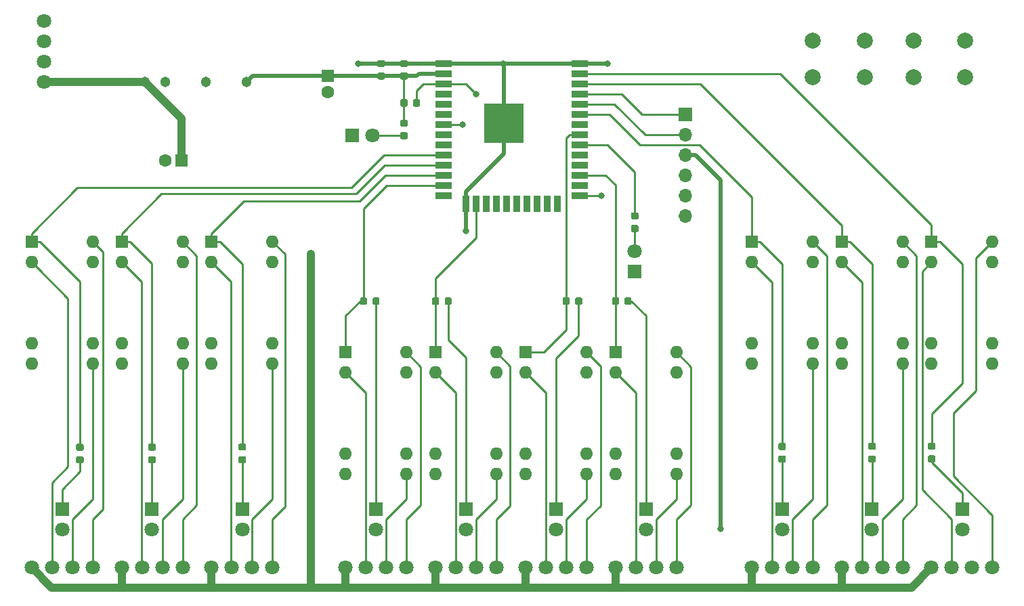
<source format=gbr>
G04 #@! TF.GenerationSoftware,KiCad,Pcbnew,5.1.5+dfsg1-2build2*
G04 #@! TF.CreationDate,2021-04-24T23:58:55+01:00*
G04 #@! TF.ProjectId,alarm_sensors,616c6172-6d5f-4736-956e-736f72732e6b,rev?*
G04 #@! TF.SameCoordinates,Original*
G04 #@! TF.FileFunction,Copper,L1,Top*
G04 #@! TF.FilePolarity,Positive*
%FSLAX46Y46*%
G04 Gerber Fmt 4.6, Leading zero omitted, Abs format (unit mm)*
G04 Created by KiCad (PCBNEW 5.1.5+dfsg1-2build2) date 2021-04-24 23:58:55*
%MOMM*%
%LPD*%
G04 APERTURE LIST*
%ADD10C,1.803400*%
%ADD11C,1.303000*%
%ADD12C,0.100000*%
%ADD13C,1.800000*%
%ADD14R,1.800000X1.800000*%
%ADD15O,1.700000X1.700000*%
%ADD16R,1.700000X1.700000*%
%ADD17O,1.600000X1.600000*%
%ADD18R,1.600000X1.600000*%
%ADD19C,2.000000*%
%ADD20C,1.600000*%
%ADD21R,5.000000X5.000000*%
%ADD22R,2.000000X0.900000*%
%ADD23R,0.900000X2.000000*%
%ADD24C,0.800000*%
%ADD25C,5.000000*%
%ADD26C,0.500000*%
%ADD27C,0.250000*%
%ADD28C,1.000000*%
G04 APERTURE END LIST*
D10*
X93750000Y-130750000D03*
X96290000Y-130750000D03*
X98830000Y-130750000D03*
X101370000Y-130750000D03*
D11*
X109375100Y-70064900D03*
X104295100Y-70064900D03*
X99215100Y-70064900D03*
X96675100Y-70064900D03*
G04 #@! TA.AperFunction,SMDPad,CuDef*
D12*
G36*
X129325091Y-76308753D02*
G01*
X129346326Y-76311903D01*
X129367150Y-76317119D01*
X129387362Y-76324351D01*
X129406768Y-76333530D01*
X129425181Y-76344566D01*
X129442424Y-76357354D01*
X129458330Y-76371770D01*
X129472746Y-76387676D01*
X129485534Y-76404919D01*
X129496570Y-76423332D01*
X129505749Y-76442738D01*
X129512981Y-76462950D01*
X129518197Y-76483774D01*
X129521347Y-76505009D01*
X129522400Y-76526450D01*
X129522400Y-76963950D01*
X129521347Y-76985391D01*
X129518197Y-77006626D01*
X129512981Y-77027450D01*
X129505749Y-77047662D01*
X129496570Y-77067068D01*
X129485534Y-77085481D01*
X129472746Y-77102724D01*
X129458330Y-77118630D01*
X129442424Y-77133046D01*
X129425181Y-77145834D01*
X129406768Y-77156870D01*
X129387362Y-77166049D01*
X129367150Y-77173281D01*
X129346326Y-77178497D01*
X129325091Y-77181647D01*
X129303650Y-77182700D01*
X128791150Y-77182700D01*
X128769709Y-77181647D01*
X128748474Y-77178497D01*
X128727650Y-77173281D01*
X128707438Y-77166049D01*
X128688032Y-77156870D01*
X128669619Y-77145834D01*
X128652376Y-77133046D01*
X128636470Y-77118630D01*
X128622054Y-77102724D01*
X128609266Y-77085481D01*
X128598230Y-77067068D01*
X128589051Y-77047662D01*
X128581819Y-77027450D01*
X128576603Y-77006626D01*
X128573453Y-76985391D01*
X128572400Y-76963950D01*
X128572400Y-76526450D01*
X128573453Y-76505009D01*
X128576603Y-76483774D01*
X128581819Y-76462950D01*
X128589051Y-76442738D01*
X128598230Y-76423332D01*
X128609266Y-76404919D01*
X128622054Y-76387676D01*
X128636470Y-76371770D01*
X128652376Y-76357354D01*
X128669619Y-76344566D01*
X128688032Y-76333530D01*
X128707438Y-76324351D01*
X128727650Y-76317119D01*
X128748474Y-76311903D01*
X128769709Y-76308753D01*
X128791150Y-76307700D01*
X129303650Y-76307700D01*
X129325091Y-76308753D01*
G37*
G04 #@! TD.AperFunction*
G04 #@! TA.AperFunction,SMDPad,CuDef*
G36*
X129325091Y-74733753D02*
G01*
X129346326Y-74736903D01*
X129367150Y-74742119D01*
X129387362Y-74749351D01*
X129406768Y-74758530D01*
X129425181Y-74769566D01*
X129442424Y-74782354D01*
X129458330Y-74796770D01*
X129472746Y-74812676D01*
X129485534Y-74829919D01*
X129496570Y-74848332D01*
X129505749Y-74867738D01*
X129512981Y-74887950D01*
X129518197Y-74908774D01*
X129521347Y-74930009D01*
X129522400Y-74951450D01*
X129522400Y-75388950D01*
X129521347Y-75410391D01*
X129518197Y-75431626D01*
X129512981Y-75452450D01*
X129505749Y-75472662D01*
X129496570Y-75492068D01*
X129485534Y-75510481D01*
X129472746Y-75527724D01*
X129458330Y-75543630D01*
X129442424Y-75558046D01*
X129425181Y-75570834D01*
X129406768Y-75581870D01*
X129387362Y-75591049D01*
X129367150Y-75598281D01*
X129346326Y-75603497D01*
X129325091Y-75606647D01*
X129303650Y-75607700D01*
X128791150Y-75607700D01*
X128769709Y-75606647D01*
X128748474Y-75603497D01*
X128727650Y-75598281D01*
X128707438Y-75591049D01*
X128688032Y-75581870D01*
X128669619Y-75570834D01*
X128652376Y-75558046D01*
X128636470Y-75543630D01*
X128622054Y-75527724D01*
X128609266Y-75510481D01*
X128598230Y-75492068D01*
X128589051Y-75472662D01*
X128581819Y-75452450D01*
X128576603Y-75431626D01*
X128573453Y-75410391D01*
X128572400Y-75388950D01*
X128572400Y-74951450D01*
X128573453Y-74930009D01*
X128576603Y-74908774D01*
X128581819Y-74887950D01*
X128589051Y-74867738D01*
X128598230Y-74848332D01*
X128609266Y-74829919D01*
X128622054Y-74812676D01*
X128636470Y-74796770D01*
X128652376Y-74782354D01*
X128669619Y-74769566D01*
X128688032Y-74758530D01*
X128707438Y-74749351D01*
X128727650Y-74742119D01*
X128748474Y-74736903D01*
X128769709Y-74733753D01*
X128791150Y-74732700D01*
X129303650Y-74732700D01*
X129325091Y-74733753D01*
G37*
G04 #@! TD.AperFunction*
D13*
X125085000Y-76745100D03*
D14*
X122545000Y-76745100D03*
D15*
X164264500Y-86778100D03*
X164264500Y-84238100D03*
X164264500Y-81698100D03*
X164264500Y-79158100D03*
X164264500Y-76618100D03*
D16*
X164264500Y-74078100D03*
D17*
X202620000Y-90000000D03*
X195000000Y-105240000D03*
X202620000Y-92540000D03*
X195000000Y-102700000D03*
X202620000Y-102700000D03*
X195000000Y-92540000D03*
X202620000Y-105240000D03*
D18*
X195000000Y-90000000D03*
D17*
X191370000Y-90000000D03*
X183750000Y-105240000D03*
X191370000Y-92540000D03*
X183750000Y-102700000D03*
X191370000Y-102700000D03*
X183750000Y-92540000D03*
X191370000Y-105240000D03*
D18*
X183750000Y-90000000D03*
D17*
X180120000Y-90000000D03*
X172500000Y-105240000D03*
X180120000Y-92540000D03*
X172500000Y-102700000D03*
X180120000Y-102700000D03*
X172500000Y-92540000D03*
X180120000Y-105240000D03*
D18*
X172500000Y-90000000D03*
X155500000Y-103833700D03*
D17*
X163120000Y-119073700D03*
X155500000Y-106373700D03*
X163120000Y-116533700D03*
X155500000Y-116533700D03*
X163120000Y-106373700D03*
X155500000Y-119073700D03*
X163120000Y-103833700D03*
D18*
X144250000Y-103833700D03*
D17*
X151870000Y-119073700D03*
X144250000Y-106373700D03*
X151870000Y-116533700D03*
X144250000Y-116533700D03*
X151870000Y-106373700D03*
X144250000Y-119073700D03*
X151870000Y-103833700D03*
D18*
X133000000Y-103833700D03*
D17*
X140620000Y-119073700D03*
X133000000Y-106373700D03*
X140620000Y-116533700D03*
X133000000Y-116533700D03*
X140620000Y-106373700D03*
X133000000Y-119073700D03*
X140620000Y-103833700D03*
D18*
X121750000Y-103833700D03*
D17*
X129370000Y-119073700D03*
X121750000Y-106373700D03*
X129370000Y-116533700D03*
X121750000Y-116533700D03*
X129370000Y-106373700D03*
X121750000Y-119073700D03*
X129370000Y-103833700D03*
X112620000Y-90000000D03*
X105000000Y-105240000D03*
X112620000Y-92540000D03*
X105000000Y-102700000D03*
X112620000Y-102700000D03*
X105000000Y-92540000D03*
X112620000Y-105240000D03*
D18*
X105000000Y-90000000D03*
D17*
X101370000Y-90000000D03*
X93750000Y-105240000D03*
X101370000Y-92540000D03*
X93750000Y-102700000D03*
X101370000Y-102700000D03*
X93750000Y-92540000D03*
X101370000Y-105240000D03*
D18*
X93750000Y-90000000D03*
D17*
X90120000Y-90000000D03*
X82500000Y-105240000D03*
X90120000Y-92540000D03*
X82500000Y-102700000D03*
X90120000Y-102700000D03*
X82500000Y-92540000D03*
X90120000Y-105240000D03*
D18*
X82500000Y-90000000D03*
D10*
X172500000Y-130750000D03*
X175040000Y-130750000D03*
X177580000Y-130750000D03*
X180120000Y-130750000D03*
X84025900Y-70064900D03*
X84025900Y-67524900D03*
X84025900Y-64984900D03*
X84025900Y-62444900D03*
X129370000Y-130750000D03*
X126830000Y-130750000D03*
X124290000Y-130750000D03*
X121750000Y-130750000D03*
X82500000Y-130750000D03*
X85040000Y-130750000D03*
X87580000Y-130750000D03*
X90120000Y-130750000D03*
G04 #@! TA.AperFunction,SMDPad,CuDef*
D12*
G36*
X130862491Y-72169053D02*
G01*
X130883726Y-72172203D01*
X130904550Y-72177419D01*
X130924762Y-72184651D01*
X130944168Y-72193830D01*
X130962581Y-72204866D01*
X130979824Y-72217654D01*
X130995730Y-72232070D01*
X131010146Y-72247976D01*
X131022934Y-72265219D01*
X131033970Y-72283632D01*
X131043149Y-72303038D01*
X131050381Y-72323250D01*
X131055597Y-72344074D01*
X131058747Y-72365309D01*
X131059800Y-72386750D01*
X131059800Y-72899250D01*
X131058747Y-72920691D01*
X131055597Y-72941926D01*
X131050381Y-72962750D01*
X131043149Y-72982962D01*
X131033970Y-73002368D01*
X131022934Y-73020781D01*
X131010146Y-73038024D01*
X130995730Y-73053930D01*
X130979824Y-73068346D01*
X130962581Y-73081134D01*
X130944168Y-73092170D01*
X130924762Y-73101349D01*
X130904550Y-73108581D01*
X130883726Y-73113797D01*
X130862491Y-73116947D01*
X130841050Y-73118000D01*
X130403550Y-73118000D01*
X130382109Y-73116947D01*
X130360874Y-73113797D01*
X130340050Y-73108581D01*
X130319838Y-73101349D01*
X130300432Y-73092170D01*
X130282019Y-73081134D01*
X130264776Y-73068346D01*
X130248870Y-73053930D01*
X130234454Y-73038024D01*
X130221666Y-73020781D01*
X130210630Y-73002368D01*
X130201451Y-72982962D01*
X130194219Y-72962750D01*
X130189003Y-72941926D01*
X130185853Y-72920691D01*
X130184800Y-72899250D01*
X130184800Y-72386750D01*
X130185853Y-72365309D01*
X130189003Y-72344074D01*
X130194219Y-72323250D01*
X130201451Y-72303038D01*
X130210630Y-72283632D01*
X130221666Y-72265219D01*
X130234454Y-72247976D01*
X130248870Y-72232070D01*
X130264776Y-72217654D01*
X130282019Y-72204866D01*
X130300432Y-72193830D01*
X130319838Y-72184651D01*
X130340050Y-72177419D01*
X130360874Y-72172203D01*
X130382109Y-72169053D01*
X130403550Y-72168000D01*
X130841050Y-72168000D01*
X130862491Y-72169053D01*
G37*
G04 #@! TD.AperFunction*
G04 #@! TA.AperFunction,SMDPad,CuDef*
G36*
X129287491Y-72169053D02*
G01*
X129308726Y-72172203D01*
X129329550Y-72177419D01*
X129349762Y-72184651D01*
X129369168Y-72193830D01*
X129387581Y-72204866D01*
X129404824Y-72217654D01*
X129420730Y-72232070D01*
X129435146Y-72247976D01*
X129447934Y-72265219D01*
X129458970Y-72283632D01*
X129468149Y-72303038D01*
X129475381Y-72323250D01*
X129480597Y-72344074D01*
X129483747Y-72365309D01*
X129484800Y-72386750D01*
X129484800Y-72899250D01*
X129483747Y-72920691D01*
X129480597Y-72941926D01*
X129475381Y-72962750D01*
X129468149Y-72982962D01*
X129458970Y-73002368D01*
X129447934Y-73020781D01*
X129435146Y-73038024D01*
X129420730Y-73053930D01*
X129404824Y-73068346D01*
X129387581Y-73081134D01*
X129369168Y-73092170D01*
X129349762Y-73101349D01*
X129329550Y-73108581D01*
X129308726Y-73113797D01*
X129287491Y-73116947D01*
X129266050Y-73118000D01*
X128828550Y-73118000D01*
X128807109Y-73116947D01*
X128785874Y-73113797D01*
X128765050Y-73108581D01*
X128744838Y-73101349D01*
X128725432Y-73092170D01*
X128707019Y-73081134D01*
X128689776Y-73068346D01*
X128673870Y-73053930D01*
X128659454Y-73038024D01*
X128646666Y-73020781D01*
X128635630Y-73002368D01*
X128626451Y-72982962D01*
X128619219Y-72962750D01*
X128614003Y-72941926D01*
X128610853Y-72920691D01*
X128609800Y-72899250D01*
X128609800Y-72386750D01*
X128610853Y-72365309D01*
X128614003Y-72344074D01*
X128619219Y-72323250D01*
X128626451Y-72303038D01*
X128635630Y-72283632D01*
X128646666Y-72265219D01*
X128659454Y-72247976D01*
X128673870Y-72232070D01*
X128689776Y-72217654D01*
X128707019Y-72204866D01*
X128725432Y-72193830D01*
X128744838Y-72184651D01*
X128765050Y-72177419D01*
X128785874Y-72172203D01*
X128807109Y-72169053D01*
X128828550Y-72168000D01*
X129266050Y-72168000D01*
X129287491Y-72169053D01*
G37*
G04 #@! TD.AperFunction*
D19*
X186626800Y-64896000D03*
X186626800Y-69396000D03*
X180126800Y-64896000D03*
X180126800Y-69396000D03*
G04 #@! TA.AperFunction,SMDPad,CuDef*
D12*
G36*
X158179491Y-87916553D02*
G01*
X158200726Y-87919703D01*
X158221550Y-87924919D01*
X158241762Y-87932151D01*
X158261168Y-87941330D01*
X158279581Y-87952366D01*
X158296824Y-87965154D01*
X158312730Y-87979570D01*
X158327146Y-87995476D01*
X158339934Y-88012719D01*
X158350970Y-88031132D01*
X158360149Y-88050538D01*
X158367381Y-88070750D01*
X158372597Y-88091574D01*
X158375747Y-88112809D01*
X158376800Y-88134250D01*
X158376800Y-88571750D01*
X158375747Y-88593191D01*
X158372597Y-88614426D01*
X158367381Y-88635250D01*
X158360149Y-88655462D01*
X158350970Y-88674868D01*
X158339934Y-88693281D01*
X158327146Y-88710524D01*
X158312730Y-88726430D01*
X158296824Y-88740846D01*
X158279581Y-88753634D01*
X158261168Y-88764670D01*
X158241762Y-88773849D01*
X158221550Y-88781081D01*
X158200726Y-88786297D01*
X158179491Y-88789447D01*
X158158050Y-88790500D01*
X157645550Y-88790500D01*
X157624109Y-88789447D01*
X157602874Y-88786297D01*
X157582050Y-88781081D01*
X157561838Y-88773849D01*
X157542432Y-88764670D01*
X157524019Y-88753634D01*
X157506776Y-88740846D01*
X157490870Y-88726430D01*
X157476454Y-88710524D01*
X157463666Y-88693281D01*
X157452630Y-88674868D01*
X157443451Y-88655462D01*
X157436219Y-88635250D01*
X157431003Y-88614426D01*
X157427853Y-88593191D01*
X157426800Y-88571750D01*
X157426800Y-88134250D01*
X157427853Y-88112809D01*
X157431003Y-88091574D01*
X157436219Y-88070750D01*
X157443451Y-88050538D01*
X157452630Y-88031132D01*
X157463666Y-88012719D01*
X157476454Y-87995476D01*
X157490870Y-87979570D01*
X157506776Y-87965154D01*
X157524019Y-87952366D01*
X157542432Y-87941330D01*
X157561838Y-87932151D01*
X157582050Y-87924919D01*
X157602874Y-87919703D01*
X157624109Y-87916553D01*
X157645550Y-87915500D01*
X158158050Y-87915500D01*
X158179491Y-87916553D01*
G37*
G04 #@! TD.AperFunction*
G04 #@! TA.AperFunction,SMDPad,CuDef*
G36*
X158179491Y-86341553D02*
G01*
X158200726Y-86344703D01*
X158221550Y-86349919D01*
X158241762Y-86357151D01*
X158261168Y-86366330D01*
X158279581Y-86377366D01*
X158296824Y-86390154D01*
X158312730Y-86404570D01*
X158327146Y-86420476D01*
X158339934Y-86437719D01*
X158350970Y-86456132D01*
X158360149Y-86475538D01*
X158367381Y-86495750D01*
X158372597Y-86516574D01*
X158375747Y-86537809D01*
X158376800Y-86559250D01*
X158376800Y-86996750D01*
X158375747Y-87018191D01*
X158372597Y-87039426D01*
X158367381Y-87060250D01*
X158360149Y-87080462D01*
X158350970Y-87099868D01*
X158339934Y-87118281D01*
X158327146Y-87135524D01*
X158312730Y-87151430D01*
X158296824Y-87165846D01*
X158279581Y-87178634D01*
X158261168Y-87189670D01*
X158241762Y-87198849D01*
X158221550Y-87206081D01*
X158200726Y-87211297D01*
X158179491Y-87214447D01*
X158158050Y-87215500D01*
X157645550Y-87215500D01*
X157624109Y-87214447D01*
X157602874Y-87211297D01*
X157582050Y-87206081D01*
X157561838Y-87198849D01*
X157542432Y-87189670D01*
X157524019Y-87178634D01*
X157506776Y-87165846D01*
X157490870Y-87151430D01*
X157476454Y-87135524D01*
X157463666Y-87118281D01*
X157452630Y-87099868D01*
X157443451Y-87080462D01*
X157436219Y-87060250D01*
X157431003Y-87039426D01*
X157427853Y-87018191D01*
X157426800Y-86996750D01*
X157426800Y-86559250D01*
X157427853Y-86537809D01*
X157431003Y-86516574D01*
X157436219Y-86495750D01*
X157443451Y-86475538D01*
X157452630Y-86456132D01*
X157463666Y-86437719D01*
X157476454Y-86420476D01*
X157490870Y-86404570D01*
X157506776Y-86390154D01*
X157524019Y-86377366D01*
X157542432Y-86366330D01*
X157561838Y-86357151D01*
X157582050Y-86349919D01*
X157602874Y-86344703D01*
X157624109Y-86341553D01*
X157645550Y-86340500D01*
X158158050Y-86340500D01*
X158179491Y-86341553D01*
G37*
G04 #@! TD.AperFunction*
G04 #@! TA.AperFunction,SMDPad,CuDef*
G36*
X195288891Y-116707453D02*
G01*
X195310126Y-116710603D01*
X195330950Y-116715819D01*
X195351162Y-116723051D01*
X195370568Y-116732230D01*
X195388981Y-116743266D01*
X195406224Y-116756054D01*
X195422130Y-116770470D01*
X195436546Y-116786376D01*
X195449334Y-116803619D01*
X195460370Y-116822032D01*
X195469549Y-116841438D01*
X195476781Y-116861650D01*
X195481997Y-116882474D01*
X195485147Y-116903709D01*
X195486200Y-116925150D01*
X195486200Y-117362650D01*
X195485147Y-117384091D01*
X195481997Y-117405326D01*
X195476781Y-117426150D01*
X195469549Y-117446362D01*
X195460370Y-117465768D01*
X195449334Y-117484181D01*
X195436546Y-117501424D01*
X195422130Y-117517330D01*
X195406224Y-117531746D01*
X195388981Y-117544534D01*
X195370568Y-117555570D01*
X195351162Y-117564749D01*
X195330950Y-117571981D01*
X195310126Y-117577197D01*
X195288891Y-117580347D01*
X195267450Y-117581400D01*
X194754950Y-117581400D01*
X194733509Y-117580347D01*
X194712274Y-117577197D01*
X194691450Y-117571981D01*
X194671238Y-117564749D01*
X194651832Y-117555570D01*
X194633419Y-117544534D01*
X194616176Y-117531746D01*
X194600270Y-117517330D01*
X194585854Y-117501424D01*
X194573066Y-117484181D01*
X194562030Y-117465768D01*
X194552851Y-117446362D01*
X194545619Y-117426150D01*
X194540403Y-117405326D01*
X194537253Y-117384091D01*
X194536200Y-117362650D01*
X194536200Y-116925150D01*
X194537253Y-116903709D01*
X194540403Y-116882474D01*
X194545619Y-116861650D01*
X194552851Y-116841438D01*
X194562030Y-116822032D01*
X194573066Y-116803619D01*
X194585854Y-116786376D01*
X194600270Y-116770470D01*
X194616176Y-116756054D01*
X194633419Y-116743266D01*
X194651832Y-116732230D01*
X194671238Y-116723051D01*
X194691450Y-116715819D01*
X194712274Y-116710603D01*
X194733509Y-116707453D01*
X194754950Y-116706400D01*
X195267450Y-116706400D01*
X195288891Y-116707453D01*
G37*
G04 #@! TD.AperFunction*
G04 #@! TA.AperFunction,SMDPad,CuDef*
G36*
X195288891Y-115132453D02*
G01*
X195310126Y-115135603D01*
X195330950Y-115140819D01*
X195351162Y-115148051D01*
X195370568Y-115157230D01*
X195388981Y-115168266D01*
X195406224Y-115181054D01*
X195422130Y-115195470D01*
X195436546Y-115211376D01*
X195449334Y-115228619D01*
X195460370Y-115247032D01*
X195469549Y-115266438D01*
X195476781Y-115286650D01*
X195481997Y-115307474D01*
X195485147Y-115328709D01*
X195486200Y-115350150D01*
X195486200Y-115787650D01*
X195485147Y-115809091D01*
X195481997Y-115830326D01*
X195476781Y-115851150D01*
X195469549Y-115871362D01*
X195460370Y-115890768D01*
X195449334Y-115909181D01*
X195436546Y-115926424D01*
X195422130Y-115942330D01*
X195406224Y-115956746D01*
X195388981Y-115969534D01*
X195370568Y-115980570D01*
X195351162Y-115989749D01*
X195330950Y-115996981D01*
X195310126Y-116002197D01*
X195288891Y-116005347D01*
X195267450Y-116006400D01*
X194754950Y-116006400D01*
X194733509Y-116005347D01*
X194712274Y-116002197D01*
X194691450Y-115996981D01*
X194671238Y-115989749D01*
X194651832Y-115980570D01*
X194633419Y-115969534D01*
X194616176Y-115956746D01*
X194600270Y-115942330D01*
X194585854Y-115926424D01*
X194573066Y-115909181D01*
X194562030Y-115890768D01*
X194552851Y-115871362D01*
X194545619Y-115851150D01*
X194540403Y-115830326D01*
X194537253Y-115809091D01*
X194536200Y-115787650D01*
X194536200Y-115350150D01*
X194537253Y-115328709D01*
X194540403Y-115307474D01*
X194545619Y-115286650D01*
X194552851Y-115266438D01*
X194562030Y-115247032D01*
X194573066Y-115228619D01*
X194585854Y-115211376D01*
X194600270Y-115195470D01*
X194616176Y-115181054D01*
X194633419Y-115168266D01*
X194651832Y-115157230D01*
X194671238Y-115148051D01*
X194691450Y-115140819D01*
X194712274Y-115135603D01*
X194733509Y-115132453D01*
X194754950Y-115131400D01*
X195267450Y-115131400D01*
X195288891Y-115132453D01*
G37*
G04 #@! TD.AperFunction*
G04 #@! TA.AperFunction,SMDPad,CuDef*
G36*
X187846691Y-116732853D02*
G01*
X187867926Y-116736003D01*
X187888750Y-116741219D01*
X187908962Y-116748451D01*
X187928368Y-116757630D01*
X187946781Y-116768666D01*
X187964024Y-116781454D01*
X187979930Y-116795870D01*
X187994346Y-116811776D01*
X188007134Y-116829019D01*
X188018170Y-116847432D01*
X188027349Y-116866838D01*
X188034581Y-116887050D01*
X188039797Y-116907874D01*
X188042947Y-116929109D01*
X188044000Y-116950550D01*
X188044000Y-117388050D01*
X188042947Y-117409491D01*
X188039797Y-117430726D01*
X188034581Y-117451550D01*
X188027349Y-117471762D01*
X188018170Y-117491168D01*
X188007134Y-117509581D01*
X187994346Y-117526824D01*
X187979930Y-117542730D01*
X187964024Y-117557146D01*
X187946781Y-117569934D01*
X187928368Y-117580970D01*
X187908962Y-117590149D01*
X187888750Y-117597381D01*
X187867926Y-117602597D01*
X187846691Y-117605747D01*
X187825250Y-117606800D01*
X187312750Y-117606800D01*
X187291309Y-117605747D01*
X187270074Y-117602597D01*
X187249250Y-117597381D01*
X187229038Y-117590149D01*
X187209632Y-117580970D01*
X187191219Y-117569934D01*
X187173976Y-117557146D01*
X187158070Y-117542730D01*
X187143654Y-117526824D01*
X187130866Y-117509581D01*
X187119830Y-117491168D01*
X187110651Y-117471762D01*
X187103419Y-117451550D01*
X187098203Y-117430726D01*
X187095053Y-117409491D01*
X187094000Y-117388050D01*
X187094000Y-116950550D01*
X187095053Y-116929109D01*
X187098203Y-116907874D01*
X187103419Y-116887050D01*
X187110651Y-116866838D01*
X187119830Y-116847432D01*
X187130866Y-116829019D01*
X187143654Y-116811776D01*
X187158070Y-116795870D01*
X187173976Y-116781454D01*
X187191219Y-116768666D01*
X187209632Y-116757630D01*
X187229038Y-116748451D01*
X187249250Y-116741219D01*
X187270074Y-116736003D01*
X187291309Y-116732853D01*
X187312750Y-116731800D01*
X187825250Y-116731800D01*
X187846691Y-116732853D01*
G37*
G04 #@! TD.AperFunction*
G04 #@! TA.AperFunction,SMDPad,CuDef*
G36*
X187846691Y-115157853D02*
G01*
X187867926Y-115161003D01*
X187888750Y-115166219D01*
X187908962Y-115173451D01*
X187928368Y-115182630D01*
X187946781Y-115193666D01*
X187964024Y-115206454D01*
X187979930Y-115220870D01*
X187994346Y-115236776D01*
X188007134Y-115254019D01*
X188018170Y-115272432D01*
X188027349Y-115291838D01*
X188034581Y-115312050D01*
X188039797Y-115332874D01*
X188042947Y-115354109D01*
X188044000Y-115375550D01*
X188044000Y-115813050D01*
X188042947Y-115834491D01*
X188039797Y-115855726D01*
X188034581Y-115876550D01*
X188027349Y-115896762D01*
X188018170Y-115916168D01*
X188007134Y-115934581D01*
X187994346Y-115951824D01*
X187979930Y-115967730D01*
X187964024Y-115982146D01*
X187946781Y-115994934D01*
X187928368Y-116005970D01*
X187908962Y-116015149D01*
X187888750Y-116022381D01*
X187867926Y-116027597D01*
X187846691Y-116030747D01*
X187825250Y-116031800D01*
X187312750Y-116031800D01*
X187291309Y-116030747D01*
X187270074Y-116027597D01*
X187249250Y-116022381D01*
X187229038Y-116015149D01*
X187209632Y-116005970D01*
X187191219Y-115994934D01*
X187173976Y-115982146D01*
X187158070Y-115967730D01*
X187143654Y-115951824D01*
X187130866Y-115934581D01*
X187119830Y-115916168D01*
X187110651Y-115896762D01*
X187103419Y-115876550D01*
X187098203Y-115855726D01*
X187095053Y-115834491D01*
X187094000Y-115813050D01*
X187094000Y-115375550D01*
X187095053Y-115354109D01*
X187098203Y-115332874D01*
X187103419Y-115312050D01*
X187110651Y-115291838D01*
X187119830Y-115272432D01*
X187130866Y-115254019D01*
X187143654Y-115236776D01*
X187158070Y-115220870D01*
X187173976Y-115206454D01*
X187191219Y-115193666D01*
X187209632Y-115182630D01*
X187229038Y-115173451D01*
X187249250Y-115166219D01*
X187270074Y-115161003D01*
X187291309Y-115157853D01*
X187312750Y-115156800D01*
X187825250Y-115156800D01*
X187846691Y-115157853D01*
G37*
G04 #@! TD.AperFunction*
G04 #@! TA.AperFunction,SMDPad,CuDef*
G36*
X176607191Y-116745553D02*
G01*
X176628426Y-116748703D01*
X176649250Y-116753919D01*
X176669462Y-116761151D01*
X176688868Y-116770330D01*
X176707281Y-116781366D01*
X176724524Y-116794154D01*
X176740430Y-116808570D01*
X176754846Y-116824476D01*
X176767634Y-116841719D01*
X176778670Y-116860132D01*
X176787849Y-116879538D01*
X176795081Y-116899750D01*
X176800297Y-116920574D01*
X176803447Y-116941809D01*
X176804500Y-116963250D01*
X176804500Y-117400750D01*
X176803447Y-117422191D01*
X176800297Y-117443426D01*
X176795081Y-117464250D01*
X176787849Y-117484462D01*
X176778670Y-117503868D01*
X176767634Y-117522281D01*
X176754846Y-117539524D01*
X176740430Y-117555430D01*
X176724524Y-117569846D01*
X176707281Y-117582634D01*
X176688868Y-117593670D01*
X176669462Y-117602849D01*
X176649250Y-117610081D01*
X176628426Y-117615297D01*
X176607191Y-117618447D01*
X176585750Y-117619500D01*
X176073250Y-117619500D01*
X176051809Y-117618447D01*
X176030574Y-117615297D01*
X176009750Y-117610081D01*
X175989538Y-117602849D01*
X175970132Y-117593670D01*
X175951719Y-117582634D01*
X175934476Y-117569846D01*
X175918570Y-117555430D01*
X175904154Y-117539524D01*
X175891366Y-117522281D01*
X175880330Y-117503868D01*
X175871151Y-117484462D01*
X175863919Y-117464250D01*
X175858703Y-117443426D01*
X175855553Y-117422191D01*
X175854500Y-117400750D01*
X175854500Y-116963250D01*
X175855553Y-116941809D01*
X175858703Y-116920574D01*
X175863919Y-116899750D01*
X175871151Y-116879538D01*
X175880330Y-116860132D01*
X175891366Y-116841719D01*
X175904154Y-116824476D01*
X175918570Y-116808570D01*
X175934476Y-116794154D01*
X175951719Y-116781366D01*
X175970132Y-116770330D01*
X175989538Y-116761151D01*
X176009750Y-116753919D01*
X176030574Y-116748703D01*
X176051809Y-116745553D01*
X176073250Y-116744500D01*
X176585750Y-116744500D01*
X176607191Y-116745553D01*
G37*
G04 #@! TD.AperFunction*
G04 #@! TA.AperFunction,SMDPad,CuDef*
G36*
X176607191Y-115170553D02*
G01*
X176628426Y-115173703D01*
X176649250Y-115178919D01*
X176669462Y-115186151D01*
X176688868Y-115195330D01*
X176707281Y-115206366D01*
X176724524Y-115219154D01*
X176740430Y-115233570D01*
X176754846Y-115249476D01*
X176767634Y-115266719D01*
X176778670Y-115285132D01*
X176787849Y-115304538D01*
X176795081Y-115324750D01*
X176800297Y-115345574D01*
X176803447Y-115366809D01*
X176804500Y-115388250D01*
X176804500Y-115825750D01*
X176803447Y-115847191D01*
X176800297Y-115868426D01*
X176795081Y-115889250D01*
X176787849Y-115909462D01*
X176778670Y-115928868D01*
X176767634Y-115947281D01*
X176754846Y-115964524D01*
X176740430Y-115980430D01*
X176724524Y-115994846D01*
X176707281Y-116007634D01*
X176688868Y-116018670D01*
X176669462Y-116027849D01*
X176649250Y-116035081D01*
X176628426Y-116040297D01*
X176607191Y-116043447D01*
X176585750Y-116044500D01*
X176073250Y-116044500D01*
X176051809Y-116043447D01*
X176030574Y-116040297D01*
X176009750Y-116035081D01*
X175989538Y-116027849D01*
X175970132Y-116018670D01*
X175951719Y-116007634D01*
X175934476Y-115994846D01*
X175918570Y-115980430D01*
X175904154Y-115964524D01*
X175891366Y-115947281D01*
X175880330Y-115928868D01*
X175871151Y-115909462D01*
X175863919Y-115889250D01*
X175858703Y-115868426D01*
X175855553Y-115847191D01*
X175854500Y-115825750D01*
X175854500Y-115388250D01*
X175855553Y-115366809D01*
X175858703Y-115345574D01*
X175863919Y-115324750D01*
X175871151Y-115304538D01*
X175880330Y-115285132D01*
X175891366Y-115266719D01*
X175904154Y-115249476D01*
X175918570Y-115233570D01*
X175934476Y-115219154D01*
X175951719Y-115206366D01*
X175970132Y-115195330D01*
X175989538Y-115186151D01*
X176009750Y-115178919D01*
X176030574Y-115173703D01*
X176051809Y-115170553D01*
X176073250Y-115169500D01*
X176585750Y-115169500D01*
X176607191Y-115170553D01*
G37*
G04 #@! TD.AperFunction*
G04 #@! TA.AperFunction,SMDPad,CuDef*
G36*
X157303891Y-96959453D02*
G01*
X157325126Y-96962603D01*
X157345950Y-96967819D01*
X157366162Y-96975051D01*
X157385568Y-96984230D01*
X157403981Y-96995266D01*
X157421224Y-97008054D01*
X157437130Y-97022470D01*
X157451546Y-97038376D01*
X157464334Y-97055619D01*
X157475370Y-97074032D01*
X157484549Y-97093438D01*
X157491781Y-97113650D01*
X157496997Y-97134474D01*
X157500147Y-97155709D01*
X157501200Y-97177150D01*
X157501200Y-97689650D01*
X157500147Y-97711091D01*
X157496997Y-97732326D01*
X157491781Y-97753150D01*
X157484549Y-97773362D01*
X157475370Y-97792768D01*
X157464334Y-97811181D01*
X157451546Y-97828424D01*
X157437130Y-97844330D01*
X157421224Y-97858746D01*
X157403981Y-97871534D01*
X157385568Y-97882570D01*
X157366162Y-97891749D01*
X157345950Y-97898981D01*
X157325126Y-97904197D01*
X157303891Y-97907347D01*
X157282450Y-97908400D01*
X156844950Y-97908400D01*
X156823509Y-97907347D01*
X156802274Y-97904197D01*
X156781450Y-97898981D01*
X156761238Y-97891749D01*
X156741832Y-97882570D01*
X156723419Y-97871534D01*
X156706176Y-97858746D01*
X156690270Y-97844330D01*
X156675854Y-97828424D01*
X156663066Y-97811181D01*
X156652030Y-97792768D01*
X156642851Y-97773362D01*
X156635619Y-97753150D01*
X156630403Y-97732326D01*
X156627253Y-97711091D01*
X156626200Y-97689650D01*
X156626200Y-97177150D01*
X156627253Y-97155709D01*
X156630403Y-97134474D01*
X156635619Y-97113650D01*
X156642851Y-97093438D01*
X156652030Y-97074032D01*
X156663066Y-97055619D01*
X156675854Y-97038376D01*
X156690270Y-97022470D01*
X156706176Y-97008054D01*
X156723419Y-96995266D01*
X156741832Y-96984230D01*
X156761238Y-96975051D01*
X156781450Y-96967819D01*
X156802274Y-96962603D01*
X156823509Y-96959453D01*
X156844950Y-96958400D01*
X157282450Y-96958400D01*
X157303891Y-96959453D01*
G37*
G04 #@! TD.AperFunction*
G04 #@! TA.AperFunction,SMDPad,CuDef*
G36*
X155728891Y-96959453D02*
G01*
X155750126Y-96962603D01*
X155770950Y-96967819D01*
X155791162Y-96975051D01*
X155810568Y-96984230D01*
X155828981Y-96995266D01*
X155846224Y-97008054D01*
X155862130Y-97022470D01*
X155876546Y-97038376D01*
X155889334Y-97055619D01*
X155900370Y-97074032D01*
X155909549Y-97093438D01*
X155916781Y-97113650D01*
X155921997Y-97134474D01*
X155925147Y-97155709D01*
X155926200Y-97177150D01*
X155926200Y-97689650D01*
X155925147Y-97711091D01*
X155921997Y-97732326D01*
X155916781Y-97753150D01*
X155909549Y-97773362D01*
X155900370Y-97792768D01*
X155889334Y-97811181D01*
X155876546Y-97828424D01*
X155862130Y-97844330D01*
X155846224Y-97858746D01*
X155828981Y-97871534D01*
X155810568Y-97882570D01*
X155791162Y-97891749D01*
X155770950Y-97898981D01*
X155750126Y-97904197D01*
X155728891Y-97907347D01*
X155707450Y-97908400D01*
X155269950Y-97908400D01*
X155248509Y-97907347D01*
X155227274Y-97904197D01*
X155206450Y-97898981D01*
X155186238Y-97891749D01*
X155166832Y-97882570D01*
X155148419Y-97871534D01*
X155131176Y-97858746D01*
X155115270Y-97844330D01*
X155100854Y-97828424D01*
X155088066Y-97811181D01*
X155077030Y-97792768D01*
X155067851Y-97773362D01*
X155060619Y-97753150D01*
X155055403Y-97732326D01*
X155052253Y-97711091D01*
X155051200Y-97689650D01*
X155051200Y-97177150D01*
X155052253Y-97155709D01*
X155055403Y-97134474D01*
X155060619Y-97113650D01*
X155067851Y-97093438D01*
X155077030Y-97074032D01*
X155088066Y-97055619D01*
X155100854Y-97038376D01*
X155115270Y-97022470D01*
X155131176Y-97008054D01*
X155148419Y-96995266D01*
X155166832Y-96984230D01*
X155186238Y-96975051D01*
X155206450Y-96967819D01*
X155227274Y-96962603D01*
X155248509Y-96959453D01*
X155269950Y-96958400D01*
X155707450Y-96958400D01*
X155728891Y-96959453D01*
G37*
G04 #@! TD.AperFunction*
G04 #@! TA.AperFunction,SMDPad,CuDef*
G36*
X151131691Y-96959453D02*
G01*
X151152926Y-96962603D01*
X151173750Y-96967819D01*
X151193962Y-96975051D01*
X151213368Y-96984230D01*
X151231781Y-96995266D01*
X151249024Y-97008054D01*
X151264930Y-97022470D01*
X151279346Y-97038376D01*
X151292134Y-97055619D01*
X151303170Y-97074032D01*
X151312349Y-97093438D01*
X151319581Y-97113650D01*
X151324797Y-97134474D01*
X151327947Y-97155709D01*
X151329000Y-97177150D01*
X151329000Y-97689650D01*
X151327947Y-97711091D01*
X151324797Y-97732326D01*
X151319581Y-97753150D01*
X151312349Y-97773362D01*
X151303170Y-97792768D01*
X151292134Y-97811181D01*
X151279346Y-97828424D01*
X151264930Y-97844330D01*
X151249024Y-97858746D01*
X151231781Y-97871534D01*
X151213368Y-97882570D01*
X151193962Y-97891749D01*
X151173750Y-97898981D01*
X151152926Y-97904197D01*
X151131691Y-97907347D01*
X151110250Y-97908400D01*
X150672750Y-97908400D01*
X150651309Y-97907347D01*
X150630074Y-97904197D01*
X150609250Y-97898981D01*
X150589038Y-97891749D01*
X150569632Y-97882570D01*
X150551219Y-97871534D01*
X150533976Y-97858746D01*
X150518070Y-97844330D01*
X150503654Y-97828424D01*
X150490866Y-97811181D01*
X150479830Y-97792768D01*
X150470651Y-97773362D01*
X150463419Y-97753150D01*
X150458203Y-97732326D01*
X150455053Y-97711091D01*
X150454000Y-97689650D01*
X150454000Y-97177150D01*
X150455053Y-97155709D01*
X150458203Y-97134474D01*
X150463419Y-97113650D01*
X150470651Y-97093438D01*
X150479830Y-97074032D01*
X150490866Y-97055619D01*
X150503654Y-97038376D01*
X150518070Y-97022470D01*
X150533976Y-97008054D01*
X150551219Y-96995266D01*
X150569632Y-96984230D01*
X150589038Y-96975051D01*
X150609250Y-96967819D01*
X150630074Y-96962603D01*
X150651309Y-96959453D01*
X150672750Y-96958400D01*
X151110250Y-96958400D01*
X151131691Y-96959453D01*
G37*
G04 #@! TD.AperFunction*
G04 #@! TA.AperFunction,SMDPad,CuDef*
G36*
X149556691Y-96959453D02*
G01*
X149577926Y-96962603D01*
X149598750Y-96967819D01*
X149618962Y-96975051D01*
X149638368Y-96984230D01*
X149656781Y-96995266D01*
X149674024Y-97008054D01*
X149689930Y-97022470D01*
X149704346Y-97038376D01*
X149717134Y-97055619D01*
X149728170Y-97074032D01*
X149737349Y-97093438D01*
X149744581Y-97113650D01*
X149749797Y-97134474D01*
X149752947Y-97155709D01*
X149754000Y-97177150D01*
X149754000Y-97689650D01*
X149752947Y-97711091D01*
X149749797Y-97732326D01*
X149744581Y-97753150D01*
X149737349Y-97773362D01*
X149728170Y-97792768D01*
X149717134Y-97811181D01*
X149704346Y-97828424D01*
X149689930Y-97844330D01*
X149674024Y-97858746D01*
X149656781Y-97871534D01*
X149638368Y-97882570D01*
X149618962Y-97891749D01*
X149598750Y-97898981D01*
X149577926Y-97904197D01*
X149556691Y-97907347D01*
X149535250Y-97908400D01*
X149097750Y-97908400D01*
X149076309Y-97907347D01*
X149055074Y-97904197D01*
X149034250Y-97898981D01*
X149014038Y-97891749D01*
X148994632Y-97882570D01*
X148976219Y-97871534D01*
X148958976Y-97858746D01*
X148943070Y-97844330D01*
X148928654Y-97828424D01*
X148915866Y-97811181D01*
X148904830Y-97792768D01*
X148895651Y-97773362D01*
X148888419Y-97753150D01*
X148883203Y-97732326D01*
X148880053Y-97711091D01*
X148879000Y-97689650D01*
X148879000Y-97177150D01*
X148880053Y-97155709D01*
X148883203Y-97134474D01*
X148888419Y-97113650D01*
X148895651Y-97093438D01*
X148904830Y-97074032D01*
X148915866Y-97055619D01*
X148928654Y-97038376D01*
X148943070Y-97022470D01*
X148958976Y-97008054D01*
X148976219Y-96995266D01*
X148994632Y-96984230D01*
X149014038Y-96975051D01*
X149034250Y-96967819D01*
X149055074Y-96962603D01*
X149076309Y-96959453D01*
X149097750Y-96958400D01*
X149535250Y-96958400D01*
X149556691Y-96959453D01*
G37*
G04 #@! TD.AperFunction*
G04 #@! TA.AperFunction,SMDPad,CuDef*
G36*
X134812191Y-96972153D02*
G01*
X134833426Y-96975303D01*
X134854250Y-96980519D01*
X134874462Y-96987751D01*
X134893868Y-96996930D01*
X134912281Y-97007966D01*
X134929524Y-97020754D01*
X134945430Y-97035170D01*
X134959846Y-97051076D01*
X134972634Y-97068319D01*
X134983670Y-97086732D01*
X134992849Y-97106138D01*
X135000081Y-97126350D01*
X135005297Y-97147174D01*
X135008447Y-97168409D01*
X135009500Y-97189850D01*
X135009500Y-97702350D01*
X135008447Y-97723791D01*
X135005297Y-97745026D01*
X135000081Y-97765850D01*
X134992849Y-97786062D01*
X134983670Y-97805468D01*
X134972634Y-97823881D01*
X134959846Y-97841124D01*
X134945430Y-97857030D01*
X134929524Y-97871446D01*
X134912281Y-97884234D01*
X134893868Y-97895270D01*
X134874462Y-97904449D01*
X134854250Y-97911681D01*
X134833426Y-97916897D01*
X134812191Y-97920047D01*
X134790750Y-97921100D01*
X134353250Y-97921100D01*
X134331809Y-97920047D01*
X134310574Y-97916897D01*
X134289750Y-97911681D01*
X134269538Y-97904449D01*
X134250132Y-97895270D01*
X134231719Y-97884234D01*
X134214476Y-97871446D01*
X134198570Y-97857030D01*
X134184154Y-97841124D01*
X134171366Y-97823881D01*
X134160330Y-97805468D01*
X134151151Y-97786062D01*
X134143919Y-97765850D01*
X134138703Y-97745026D01*
X134135553Y-97723791D01*
X134134500Y-97702350D01*
X134134500Y-97189850D01*
X134135553Y-97168409D01*
X134138703Y-97147174D01*
X134143919Y-97126350D01*
X134151151Y-97106138D01*
X134160330Y-97086732D01*
X134171366Y-97068319D01*
X134184154Y-97051076D01*
X134198570Y-97035170D01*
X134214476Y-97020754D01*
X134231719Y-97007966D01*
X134250132Y-96996930D01*
X134269538Y-96987751D01*
X134289750Y-96980519D01*
X134310574Y-96975303D01*
X134331809Y-96972153D01*
X134353250Y-96971100D01*
X134790750Y-96971100D01*
X134812191Y-96972153D01*
G37*
G04 #@! TD.AperFunction*
G04 #@! TA.AperFunction,SMDPad,CuDef*
G36*
X133237191Y-96972153D02*
G01*
X133258426Y-96975303D01*
X133279250Y-96980519D01*
X133299462Y-96987751D01*
X133318868Y-96996930D01*
X133337281Y-97007966D01*
X133354524Y-97020754D01*
X133370430Y-97035170D01*
X133384846Y-97051076D01*
X133397634Y-97068319D01*
X133408670Y-97086732D01*
X133417849Y-97106138D01*
X133425081Y-97126350D01*
X133430297Y-97147174D01*
X133433447Y-97168409D01*
X133434500Y-97189850D01*
X133434500Y-97702350D01*
X133433447Y-97723791D01*
X133430297Y-97745026D01*
X133425081Y-97765850D01*
X133417849Y-97786062D01*
X133408670Y-97805468D01*
X133397634Y-97823881D01*
X133384846Y-97841124D01*
X133370430Y-97857030D01*
X133354524Y-97871446D01*
X133337281Y-97884234D01*
X133318868Y-97895270D01*
X133299462Y-97904449D01*
X133279250Y-97911681D01*
X133258426Y-97916897D01*
X133237191Y-97920047D01*
X133215750Y-97921100D01*
X132778250Y-97921100D01*
X132756809Y-97920047D01*
X132735574Y-97916897D01*
X132714750Y-97911681D01*
X132694538Y-97904449D01*
X132675132Y-97895270D01*
X132656719Y-97884234D01*
X132639476Y-97871446D01*
X132623570Y-97857030D01*
X132609154Y-97841124D01*
X132596366Y-97823881D01*
X132585330Y-97805468D01*
X132576151Y-97786062D01*
X132568919Y-97765850D01*
X132563703Y-97745026D01*
X132560553Y-97723791D01*
X132559500Y-97702350D01*
X132559500Y-97189850D01*
X132560553Y-97168409D01*
X132563703Y-97147174D01*
X132568919Y-97126350D01*
X132576151Y-97106138D01*
X132585330Y-97086732D01*
X132596366Y-97068319D01*
X132609154Y-97051076D01*
X132623570Y-97035170D01*
X132639476Y-97020754D01*
X132656719Y-97007966D01*
X132675132Y-96996930D01*
X132694538Y-96987751D01*
X132714750Y-96980519D01*
X132735574Y-96975303D01*
X132756809Y-96972153D01*
X132778250Y-96971100D01*
X133215750Y-96971100D01*
X133237191Y-96972153D01*
G37*
G04 #@! TD.AperFunction*
G04 #@! TA.AperFunction,SMDPad,CuDef*
G36*
X125807891Y-96972153D02*
G01*
X125829126Y-96975303D01*
X125849950Y-96980519D01*
X125870162Y-96987751D01*
X125889568Y-96996930D01*
X125907981Y-97007966D01*
X125925224Y-97020754D01*
X125941130Y-97035170D01*
X125955546Y-97051076D01*
X125968334Y-97068319D01*
X125979370Y-97086732D01*
X125988549Y-97106138D01*
X125995781Y-97126350D01*
X126000997Y-97147174D01*
X126004147Y-97168409D01*
X126005200Y-97189850D01*
X126005200Y-97702350D01*
X126004147Y-97723791D01*
X126000997Y-97745026D01*
X125995781Y-97765850D01*
X125988549Y-97786062D01*
X125979370Y-97805468D01*
X125968334Y-97823881D01*
X125955546Y-97841124D01*
X125941130Y-97857030D01*
X125925224Y-97871446D01*
X125907981Y-97884234D01*
X125889568Y-97895270D01*
X125870162Y-97904449D01*
X125849950Y-97911681D01*
X125829126Y-97916897D01*
X125807891Y-97920047D01*
X125786450Y-97921100D01*
X125348950Y-97921100D01*
X125327509Y-97920047D01*
X125306274Y-97916897D01*
X125285450Y-97911681D01*
X125265238Y-97904449D01*
X125245832Y-97895270D01*
X125227419Y-97884234D01*
X125210176Y-97871446D01*
X125194270Y-97857030D01*
X125179854Y-97841124D01*
X125167066Y-97823881D01*
X125156030Y-97805468D01*
X125146851Y-97786062D01*
X125139619Y-97765850D01*
X125134403Y-97745026D01*
X125131253Y-97723791D01*
X125130200Y-97702350D01*
X125130200Y-97189850D01*
X125131253Y-97168409D01*
X125134403Y-97147174D01*
X125139619Y-97126350D01*
X125146851Y-97106138D01*
X125156030Y-97086732D01*
X125167066Y-97068319D01*
X125179854Y-97051076D01*
X125194270Y-97035170D01*
X125210176Y-97020754D01*
X125227419Y-97007966D01*
X125245832Y-96996930D01*
X125265238Y-96987751D01*
X125285450Y-96980519D01*
X125306274Y-96975303D01*
X125327509Y-96972153D01*
X125348950Y-96971100D01*
X125786450Y-96971100D01*
X125807891Y-96972153D01*
G37*
G04 #@! TD.AperFunction*
G04 #@! TA.AperFunction,SMDPad,CuDef*
G36*
X124232891Y-96972153D02*
G01*
X124254126Y-96975303D01*
X124274950Y-96980519D01*
X124295162Y-96987751D01*
X124314568Y-96996930D01*
X124332981Y-97007966D01*
X124350224Y-97020754D01*
X124366130Y-97035170D01*
X124380546Y-97051076D01*
X124393334Y-97068319D01*
X124404370Y-97086732D01*
X124413549Y-97106138D01*
X124420781Y-97126350D01*
X124425997Y-97147174D01*
X124429147Y-97168409D01*
X124430200Y-97189850D01*
X124430200Y-97702350D01*
X124429147Y-97723791D01*
X124425997Y-97745026D01*
X124420781Y-97765850D01*
X124413549Y-97786062D01*
X124404370Y-97805468D01*
X124393334Y-97823881D01*
X124380546Y-97841124D01*
X124366130Y-97857030D01*
X124350224Y-97871446D01*
X124332981Y-97884234D01*
X124314568Y-97895270D01*
X124295162Y-97904449D01*
X124274950Y-97911681D01*
X124254126Y-97916897D01*
X124232891Y-97920047D01*
X124211450Y-97921100D01*
X123773950Y-97921100D01*
X123752509Y-97920047D01*
X123731274Y-97916897D01*
X123710450Y-97911681D01*
X123690238Y-97904449D01*
X123670832Y-97895270D01*
X123652419Y-97884234D01*
X123635176Y-97871446D01*
X123619270Y-97857030D01*
X123604854Y-97841124D01*
X123592066Y-97823881D01*
X123581030Y-97805468D01*
X123571851Y-97786062D01*
X123564619Y-97765850D01*
X123559403Y-97745026D01*
X123556253Y-97723791D01*
X123555200Y-97702350D01*
X123555200Y-97189850D01*
X123556253Y-97168409D01*
X123559403Y-97147174D01*
X123564619Y-97126350D01*
X123571851Y-97106138D01*
X123581030Y-97086732D01*
X123592066Y-97068319D01*
X123604854Y-97051076D01*
X123619270Y-97035170D01*
X123635176Y-97020754D01*
X123652419Y-97007966D01*
X123670832Y-96996930D01*
X123690238Y-96987751D01*
X123710450Y-96980519D01*
X123731274Y-96975303D01*
X123752509Y-96972153D01*
X123773950Y-96971100D01*
X124211450Y-96971100D01*
X124232891Y-96972153D01*
G37*
G04 #@! TD.AperFunction*
G04 #@! TA.AperFunction,SMDPad,CuDef*
G36*
X109119391Y-116821653D02*
G01*
X109140626Y-116824803D01*
X109161450Y-116830019D01*
X109181662Y-116837251D01*
X109201068Y-116846430D01*
X109219481Y-116857466D01*
X109236724Y-116870254D01*
X109252630Y-116884670D01*
X109267046Y-116900576D01*
X109279834Y-116917819D01*
X109290870Y-116936232D01*
X109300049Y-116955638D01*
X109307281Y-116975850D01*
X109312497Y-116996674D01*
X109315647Y-117017909D01*
X109316700Y-117039350D01*
X109316700Y-117476850D01*
X109315647Y-117498291D01*
X109312497Y-117519526D01*
X109307281Y-117540350D01*
X109300049Y-117560562D01*
X109290870Y-117579968D01*
X109279834Y-117598381D01*
X109267046Y-117615624D01*
X109252630Y-117631530D01*
X109236724Y-117645946D01*
X109219481Y-117658734D01*
X109201068Y-117669770D01*
X109181662Y-117678949D01*
X109161450Y-117686181D01*
X109140626Y-117691397D01*
X109119391Y-117694547D01*
X109097950Y-117695600D01*
X108585450Y-117695600D01*
X108564009Y-117694547D01*
X108542774Y-117691397D01*
X108521950Y-117686181D01*
X108501738Y-117678949D01*
X108482332Y-117669770D01*
X108463919Y-117658734D01*
X108446676Y-117645946D01*
X108430770Y-117631530D01*
X108416354Y-117615624D01*
X108403566Y-117598381D01*
X108392530Y-117579968D01*
X108383351Y-117560562D01*
X108376119Y-117540350D01*
X108370903Y-117519526D01*
X108367753Y-117498291D01*
X108366700Y-117476850D01*
X108366700Y-117039350D01*
X108367753Y-117017909D01*
X108370903Y-116996674D01*
X108376119Y-116975850D01*
X108383351Y-116955638D01*
X108392530Y-116936232D01*
X108403566Y-116917819D01*
X108416354Y-116900576D01*
X108430770Y-116884670D01*
X108446676Y-116870254D01*
X108463919Y-116857466D01*
X108482332Y-116846430D01*
X108501738Y-116837251D01*
X108521950Y-116830019D01*
X108542774Y-116824803D01*
X108564009Y-116821653D01*
X108585450Y-116820600D01*
X109097950Y-116820600D01*
X109119391Y-116821653D01*
G37*
G04 #@! TD.AperFunction*
G04 #@! TA.AperFunction,SMDPad,CuDef*
G36*
X109119391Y-115246653D02*
G01*
X109140626Y-115249803D01*
X109161450Y-115255019D01*
X109181662Y-115262251D01*
X109201068Y-115271430D01*
X109219481Y-115282466D01*
X109236724Y-115295254D01*
X109252630Y-115309670D01*
X109267046Y-115325576D01*
X109279834Y-115342819D01*
X109290870Y-115361232D01*
X109300049Y-115380638D01*
X109307281Y-115400850D01*
X109312497Y-115421674D01*
X109315647Y-115442909D01*
X109316700Y-115464350D01*
X109316700Y-115901850D01*
X109315647Y-115923291D01*
X109312497Y-115944526D01*
X109307281Y-115965350D01*
X109300049Y-115985562D01*
X109290870Y-116004968D01*
X109279834Y-116023381D01*
X109267046Y-116040624D01*
X109252630Y-116056530D01*
X109236724Y-116070946D01*
X109219481Y-116083734D01*
X109201068Y-116094770D01*
X109181662Y-116103949D01*
X109161450Y-116111181D01*
X109140626Y-116116397D01*
X109119391Y-116119547D01*
X109097950Y-116120600D01*
X108585450Y-116120600D01*
X108564009Y-116119547D01*
X108542774Y-116116397D01*
X108521950Y-116111181D01*
X108501738Y-116103949D01*
X108482332Y-116094770D01*
X108463919Y-116083734D01*
X108446676Y-116070946D01*
X108430770Y-116056530D01*
X108416354Y-116040624D01*
X108403566Y-116023381D01*
X108392530Y-116004968D01*
X108383351Y-115985562D01*
X108376119Y-115965350D01*
X108370903Y-115944526D01*
X108367753Y-115923291D01*
X108366700Y-115901850D01*
X108366700Y-115464350D01*
X108367753Y-115442909D01*
X108370903Y-115421674D01*
X108376119Y-115400850D01*
X108383351Y-115380638D01*
X108392530Y-115361232D01*
X108403566Y-115342819D01*
X108416354Y-115325576D01*
X108430770Y-115309670D01*
X108446676Y-115295254D01*
X108463919Y-115282466D01*
X108482332Y-115271430D01*
X108501738Y-115262251D01*
X108521950Y-115255019D01*
X108542774Y-115249803D01*
X108564009Y-115246653D01*
X108585450Y-115245600D01*
X109097950Y-115245600D01*
X109119391Y-115246653D01*
G37*
G04 #@! TD.AperFunction*
G04 #@! TA.AperFunction,SMDPad,CuDef*
G36*
X97829091Y-116834453D02*
G01*
X97850326Y-116837603D01*
X97871150Y-116842819D01*
X97891362Y-116850051D01*
X97910768Y-116859230D01*
X97929181Y-116870266D01*
X97946424Y-116883054D01*
X97962330Y-116897470D01*
X97976746Y-116913376D01*
X97989534Y-116930619D01*
X98000570Y-116949032D01*
X98009749Y-116968438D01*
X98016981Y-116988650D01*
X98022197Y-117009474D01*
X98025347Y-117030709D01*
X98026400Y-117052150D01*
X98026400Y-117489650D01*
X98025347Y-117511091D01*
X98022197Y-117532326D01*
X98016981Y-117553150D01*
X98009749Y-117573362D01*
X98000570Y-117592768D01*
X97989534Y-117611181D01*
X97976746Y-117628424D01*
X97962330Y-117644330D01*
X97946424Y-117658746D01*
X97929181Y-117671534D01*
X97910768Y-117682570D01*
X97891362Y-117691749D01*
X97871150Y-117698981D01*
X97850326Y-117704197D01*
X97829091Y-117707347D01*
X97807650Y-117708400D01*
X97295150Y-117708400D01*
X97273709Y-117707347D01*
X97252474Y-117704197D01*
X97231650Y-117698981D01*
X97211438Y-117691749D01*
X97192032Y-117682570D01*
X97173619Y-117671534D01*
X97156376Y-117658746D01*
X97140470Y-117644330D01*
X97126054Y-117628424D01*
X97113266Y-117611181D01*
X97102230Y-117592768D01*
X97093051Y-117573362D01*
X97085819Y-117553150D01*
X97080603Y-117532326D01*
X97077453Y-117511091D01*
X97076400Y-117489650D01*
X97076400Y-117052150D01*
X97077453Y-117030709D01*
X97080603Y-117009474D01*
X97085819Y-116988650D01*
X97093051Y-116968438D01*
X97102230Y-116949032D01*
X97113266Y-116930619D01*
X97126054Y-116913376D01*
X97140470Y-116897470D01*
X97156376Y-116883054D01*
X97173619Y-116870266D01*
X97192032Y-116859230D01*
X97211438Y-116850051D01*
X97231650Y-116842819D01*
X97252474Y-116837603D01*
X97273709Y-116834453D01*
X97295150Y-116833400D01*
X97807650Y-116833400D01*
X97829091Y-116834453D01*
G37*
G04 #@! TD.AperFunction*
G04 #@! TA.AperFunction,SMDPad,CuDef*
G36*
X97829091Y-115259453D02*
G01*
X97850326Y-115262603D01*
X97871150Y-115267819D01*
X97891362Y-115275051D01*
X97910768Y-115284230D01*
X97929181Y-115295266D01*
X97946424Y-115308054D01*
X97962330Y-115322470D01*
X97976746Y-115338376D01*
X97989534Y-115355619D01*
X98000570Y-115374032D01*
X98009749Y-115393438D01*
X98016981Y-115413650D01*
X98022197Y-115434474D01*
X98025347Y-115455709D01*
X98026400Y-115477150D01*
X98026400Y-115914650D01*
X98025347Y-115936091D01*
X98022197Y-115957326D01*
X98016981Y-115978150D01*
X98009749Y-115998362D01*
X98000570Y-116017768D01*
X97989534Y-116036181D01*
X97976746Y-116053424D01*
X97962330Y-116069330D01*
X97946424Y-116083746D01*
X97929181Y-116096534D01*
X97910768Y-116107570D01*
X97891362Y-116116749D01*
X97871150Y-116123981D01*
X97850326Y-116129197D01*
X97829091Y-116132347D01*
X97807650Y-116133400D01*
X97295150Y-116133400D01*
X97273709Y-116132347D01*
X97252474Y-116129197D01*
X97231650Y-116123981D01*
X97211438Y-116116749D01*
X97192032Y-116107570D01*
X97173619Y-116096534D01*
X97156376Y-116083746D01*
X97140470Y-116069330D01*
X97126054Y-116053424D01*
X97113266Y-116036181D01*
X97102230Y-116017768D01*
X97093051Y-115998362D01*
X97085819Y-115978150D01*
X97080603Y-115957326D01*
X97077453Y-115936091D01*
X97076400Y-115914650D01*
X97076400Y-115477150D01*
X97077453Y-115455709D01*
X97080603Y-115434474D01*
X97085819Y-115413650D01*
X97093051Y-115393438D01*
X97102230Y-115374032D01*
X97113266Y-115355619D01*
X97126054Y-115338376D01*
X97140470Y-115322470D01*
X97156376Y-115308054D01*
X97173619Y-115295266D01*
X97192032Y-115284230D01*
X97211438Y-115275051D01*
X97231650Y-115267819D01*
X97252474Y-115262603D01*
X97273709Y-115259453D01*
X97295150Y-115258400D01*
X97807650Y-115258400D01*
X97829091Y-115259453D01*
G37*
G04 #@! TD.AperFunction*
G04 #@! TA.AperFunction,SMDPad,CuDef*
G36*
X88812091Y-116847153D02*
G01*
X88833326Y-116850303D01*
X88854150Y-116855519D01*
X88874362Y-116862751D01*
X88893768Y-116871930D01*
X88912181Y-116882966D01*
X88929424Y-116895754D01*
X88945330Y-116910170D01*
X88959746Y-116926076D01*
X88972534Y-116943319D01*
X88983570Y-116961732D01*
X88992749Y-116981138D01*
X88999981Y-117001350D01*
X89005197Y-117022174D01*
X89008347Y-117043409D01*
X89009400Y-117064850D01*
X89009400Y-117502350D01*
X89008347Y-117523791D01*
X89005197Y-117545026D01*
X88999981Y-117565850D01*
X88992749Y-117586062D01*
X88983570Y-117605468D01*
X88972534Y-117623881D01*
X88959746Y-117641124D01*
X88945330Y-117657030D01*
X88929424Y-117671446D01*
X88912181Y-117684234D01*
X88893768Y-117695270D01*
X88874362Y-117704449D01*
X88854150Y-117711681D01*
X88833326Y-117716897D01*
X88812091Y-117720047D01*
X88790650Y-117721100D01*
X88278150Y-117721100D01*
X88256709Y-117720047D01*
X88235474Y-117716897D01*
X88214650Y-117711681D01*
X88194438Y-117704449D01*
X88175032Y-117695270D01*
X88156619Y-117684234D01*
X88139376Y-117671446D01*
X88123470Y-117657030D01*
X88109054Y-117641124D01*
X88096266Y-117623881D01*
X88085230Y-117605468D01*
X88076051Y-117586062D01*
X88068819Y-117565850D01*
X88063603Y-117545026D01*
X88060453Y-117523791D01*
X88059400Y-117502350D01*
X88059400Y-117064850D01*
X88060453Y-117043409D01*
X88063603Y-117022174D01*
X88068819Y-117001350D01*
X88076051Y-116981138D01*
X88085230Y-116961732D01*
X88096266Y-116943319D01*
X88109054Y-116926076D01*
X88123470Y-116910170D01*
X88139376Y-116895754D01*
X88156619Y-116882966D01*
X88175032Y-116871930D01*
X88194438Y-116862751D01*
X88214650Y-116855519D01*
X88235474Y-116850303D01*
X88256709Y-116847153D01*
X88278150Y-116846100D01*
X88790650Y-116846100D01*
X88812091Y-116847153D01*
G37*
G04 #@! TD.AperFunction*
G04 #@! TA.AperFunction,SMDPad,CuDef*
G36*
X88812091Y-115272153D02*
G01*
X88833326Y-115275303D01*
X88854150Y-115280519D01*
X88874362Y-115287751D01*
X88893768Y-115296930D01*
X88912181Y-115307966D01*
X88929424Y-115320754D01*
X88945330Y-115335170D01*
X88959746Y-115351076D01*
X88972534Y-115368319D01*
X88983570Y-115386732D01*
X88992749Y-115406138D01*
X88999981Y-115426350D01*
X89005197Y-115447174D01*
X89008347Y-115468409D01*
X89009400Y-115489850D01*
X89009400Y-115927350D01*
X89008347Y-115948791D01*
X89005197Y-115970026D01*
X88999981Y-115990850D01*
X88992749Y-116011062D01*
X88983570Y-116030468D01*
X88972534Y-116048881D01*
X88959746Y-116066124D01*
X88945330Y-116082030D01*
X88929424Y-116096446D01*
X88912181Y-116109234D01*
X88893768Y-116120270D01*
X88874362Y-116129449D01*
X88854150Y-116136681D01*
X88833326Y-116141897D01*
X88812091Y-116145047D01*
X88790650Y-116146100D01*
X88278150Y-116146100D01*
X88256709Y-116145047D01*
X88235474Y-116141897D01*
X88214650Y-116136681D01*
X88194438Y-116129449D01*
X88175032Y-116120270D01*
X88156619Y-116109234D01*
X88139376Y-116096446D01*
X88123470Y-116082030D01*
X88109054Y-116066124D01*
X88096266Y-116048881D01*
X88085230Y-116030468D01*
X88076051Y-116011062D01*
X88068819Y-115990850D01*
X88063603Y-115970026D01*
X88060453Y-115948791D01*
X88059400Y-115927350D01*
X88059400Y-115489850D01*
X88060453Y-115468409D01*
X88063603Y-115447174D01*
X88068819Y-115426350D01*
X88076051Y-115406138D01*
X88085230Y-115386732D01*
X88096266Y-115368319D01*
X88109054Y-115351076D01*
X88123470Y-115335170D01*
X88139376Y-115320754D01*
X88156619Y-115307966D01*
X88175032Y-115296930D01*
X88194438Y-115287751D01*
X88214650Y-115280519D01*
X88235474Y-115275303D01*
X88256709Y-115272153D01*
X88278150Y-115271100D01*
X88790650Y-115271100D01*
X88812091Y-115272153D01*
G37*
G04 #@! TD.AperFunction*
D13*
X157901800Y-91197700D03*
D14*
X157901800Y-93737700D03*
D13*
X198821200Y-125957600D03*
D14*
X198821200Y-123417600D03*
D13*
X187556300Y-125957600D03*
D14*
X187556300Y-123417600D03*
D13*
X176316800Y-125957600D03*
D14*
X176316800Y-123417600D03*
D13*
X159298800Y-125957600D03*
D14*
X159298800Y-123417600D03*
D13*
X148072000Y-125957600D03*
D14*
X148072000Y-123417600D03*
D13*
X136794400Y-125957600D03*
D14*
X136794400Y-123417600D03*
D13*
X125567600Y-125957600D03*
D14*
X125567600Y-123417600D03*
D13*
X108829000Y-125957600D03*
D14*
X108829000Y-123417600D03*
D13*
X97551400Y-125957600D03*
D14*
X97551400Y-123417600D03*
D13*
X86299200Y-125957600D03*
D14*
X86299200Y-123417600D03*
D19*
X199225200Y-64896000D03*
X199225200Y-69396000D03*
X192725200Y-64896000D03*
X192725200Y-69396000D03*
G04 #@! TA.AperFunction,SMDPad,CuDef*
D12*
G36*
X126480291Y-67278853D02*
G01*
X126501526Y-67282003D01*
X126522350Y-67287219D01*
X126542562Y-67294451D01*
X126561968Y-67303630D01*
X126580381Y-67314666D01*
X126597624Y-67327454D01*
X126613530Y-67341870D01*
X126627946Y-67357776D01*
X126640734Y-67375019D01*
X126651770Y-67393432D01*
X126660949Y-67412838D01*
X126668181Y-67433050D01*
X126673397Y-67453874D01*
X126676547Y-67475109D01*
X126677600Y-67496550D01*
X126677600Y-67934050D01*
X126676547Y-67955491D01*
X126673397Y-67976726D01*
X126668181Y-67997550D01*
X126660949Y-68017762D01*
X126651770Y-68037168D01*
X126640734Y-68055581D01*
X126627946Y-68072824D01*
X126613530Y-68088730D01*
X126597624Y-68103146D01*
X126580381Y-68115934D01*
X126561968Y-68126970D01*
X126542562Y-68136149D01*
X126522350Y-68143381D01*
X126501526Y-68148597D01*
X126480291Y-68151747D01*
X126458850Y-68152800D01*
X125946350Y-68152800D01*
X125924909Y-68151747D01*
X125903674Y-68148597D01*
X125882850Y-68143381D01*
X125862638Y-68136149D01*
X125843232Y-68126970D01*
X125824819Y-68115934D01*
X125807576Y-68103146D01*
X125791670Y-68088730D01*
X125777254Y-68072824D01*
X125764466Y-68055581D01*
X125753430Y-68037168D01*
X125744251Y-68017762D01*
X125737019Y-67997550D01*
X125731803Y-67976726D01*
X125728653Y-67955491D01*
X125727600Y-67934050D01*
X125727600Y-67496550D01*
X125728653Y-67475109D01*
X125731803Y-67453874D01*
X125737019Y-67433050D01*
X125744251Y-67412838D01*
X125753430Y-67393432D01*
X125764466Y-67375019D01*
X125777254Y-67357776D01*
X125791670Y-67341870D01*
X125807576Y-67327454D01*
X125824819Y-67314666D01*
X125843232Y-67303630D01*
X125862638Y-67294451D01*
X125882850Y-67287219D01*
X125903674Y-67282003D01*
X125924909Y-67278853D01*
X125946350Y-67277800D01*
X126458850Y-67277800D01*
X126480291Y-67278853D01*
G37*
G04 #@! TD.AperFunction*
G04 #@! TA.AperFunction,SMDPad,CuDef*
G36*
X126480291Y-68853853D02*
G01*
X126501526Y-68857003D01*
X126522350Y-68862219D01*
X126542562Y-68869451D01*
X126561968Y-68878630D01*
X126580381Y-68889666D01*
X126597624Y-68902454D01*
X126613530Y-68916870D01*
X126627946Y-68932776D01*
X126640734Y-68950019D01*
X126651770Y-68968432D01*
X126660949Y-68987838D01*
X126668181Y-69008050D01*
X126673397Y-69028874D01*
X126676547Y-69050109D01*
X126677600Y-69071550D01*
X126677600Y-69509050D01*
X126676547Y-69530491D01*
X126673397Y-69551726D01*
X126668181Y-69572550D01*
X126660949Y-69592762D01*
X126651770Y-69612168D01*
X126640734Y-69630581D01*
X126627946Y-69647824D01*
X126613530Y-69663730D01*
X126597624Y-69678146D01*
X126580381Y-69690934D01*
X126561968Y-69701970D01*
X126542562Y-69711149D01*
X126522350Y-69718381D01*
X126501526Y-69723597D01*
X126480291Y-69726747D01*
X126458850Y-69727800D01*
X125946350Y-69727800D01*
X125924909Y-69726747D01*
X125903674Y-69723597D01*
X125882850Y-69718381D01*
X125862638Y-69711149D01*
X125843232Y-69701970D01*
X125824819Y-69690934D01*
X125807576Y-69678146D01*
X125791670Y-69663730D01*
X125777254Y-69647824D01*
X125764466Y-69630581D01*
X125753430Y-69612168D01*
X125744251Y-69592762D01*
X125737019Y-69572550D01*
X125731803Y-69551726D01*
X125728653Y-69530491D01*
X125727600Y-69509050D01*
X125727600Y-69071550D01*
X125728653Y-69050109D01*
X125731803Y-69028874D01*
X125737019Y-69008050D01*
X125744251Y-68987838D01*
X125753430Y-68968432D01*
X125764466Y-68950019D01*
X125777254Y-68932776D01*
X125791670Y-68916870D01*
X125807576Y-68902454D01*
X125824819Y-68889666D01*
X125843232Y-68878630D01*
X125862638Y-68869451D01*
X125882850Y-68862219D01*
X125903674Y-68857003D01*
X125924909Y-68853853D01*
X125946350Y-68852800D01*
X126458850Y-68852800D01*
X126480291Y-68853853D01*
G37*
G04 #@! TD.AperFunction*
G04 #@! TA.AperFunction,SMDPad,CuDef*
G36*
X129325091Y-67278853D02*
G01*
X129346326Y-67282003D01*
X129367150Y-67287219D01*
X129387362Y-67294451D01*
X129406768Y-67303630D01*
X129425181Y-67314666D01*
X129442424Y-67327454D01*
X129458330Y-67341870D01*
X129472746Y-67357776D01*
X129485534Y-67375019D01*
X129496570Y-67393432D01*
X129505749Y-67412838D01*
X129512981Y-67433050D01*
X129518197Y-67453874D01*
X129521347Y-67475109D01*
X129522400Y-67496550D01*
X129522400Y-67934050D01*
X129521347Y-67955491D01*
X129518197Y-67976726D01*
X129512981Y-67997550D01*
X129505749Y-68017762D01*
X129496570Y-68037168D01*
X129485534Y-68055581D01*
X129472746Y-68072824D01*
X129458330Y-68088730D01*
X129442424Y-68103146D01*
X129425181Y-68115934D01*
X129406768Y-68126970D01*
X129387362Y-68136149D01*
X129367150Y-68143381D01*
X129346326Y-68148597D01*
X129325091Y-68151747D01*
X129303650Y-68152800D01*
X128791150Y-68152800D01*
X128769709Y-68151747D01*
X128748474Y-68148597D01*
X128727650Y-68143381D01*
X128707438Y-68136149D01*
X128688032Y-68126970D01*
X128669619Y-68115934D01*
X128652376Y-68103146D01*
X128636470Y-68088730D01*
X128622054Y-68072824D01*
X128609266Y-68055581D01*
X128598230Y-68037168D01*
X128589051Y-68017762D01*
X128581819Y-67997550D01*
X128576603Y-67976726D01*
X128573453Y-67955491D01*
X128572400Y-67934050D01*
X128572400Y-67496550D01*
X128573453Y-67475109D01*
X128576603Y-67453874D01*
X128581819Y-67433050D01*
X128589051Y-67412838D01*
X128598230Y-67393432D01*
X128609266Y-67375019D01*
X128622054Y-67357776D01*
X128636470Y-67341870D01*
X128652376Y-67327454D01*
X128669619Y-67314666D01*
X128688032Y-67303630D01*
X128707438Y-67294451D01*
X128727650Y-67287219D01*
X128748474Y-67282003D01*
X128769709Y-67278853D01*
X128791150Y-67277800D01*
X129303650Y-67277800D01*
X129325091Y-67278853D01*
G37*
G04 #@! TD.AperFunction*
G04 #@! TA.AperFunction,SMDPad,CuDef*
G36*
X129325091Y-68853853D02*
G01*
X129346326Y-68857003D01*
X129367150Y-68862219D01*
X129387362Y-68869451D01*
X129406768Y-68878630D01*
X129425181Y-68889666D01*
X129442424Y-68902454D01*
X129458330Y-68916870D01*
X129472746Y-68932776D01*
X129485534Y-68950019D01*
X129496570Y-68968432D01*
X129505749Y-68987838D01*
X129512981Y-69008050D01*
X129518197Y-69028874D01*
X129521347Y-69050109D01*
X129522400Y-69071550D01*
X129522400Y-69509050D01*
X129521347Y-69530491D01*
X129518197Y-69551726D01*
X129512981Y-69572550D01*
X129505749Y-69592762D01*
X129496570Y-69612168D01*
X129485534Y-69630581D01*
X129472746Y-69647824D01*
X129458330Y-69663730D01*
X129442424Y-69678146D01*
X129425181Y-69690934D01*
X129406768Y-69701970D01*
X129387362Y-69711149D01*
X129367150Y-69718381D01*
X129346326Y-69723597D01*
X129325091Y-69726747D01*
X129303650Y-69727800D01*
X128791150Y-69727800D01*
X128769709Y-69726747D01*
X128748474Y-69723597D01*
X128727650Y-69718381D01*
X128707438Y-69711149D01*
X128688032Y-69701970D01*
X128669619Y-69690934D01*
X128652376Y-69678146D01*
X128636470Y-69663730D01*
X128622054Y-69647824D01*
X128609266Y-69630581D01*
X128598230Y-69612168D01*
X128589051Y-69592762D01*
X128581819Y-69572550D01*
X128576603Y-69551726D01*
X128573453Y-69530491D01*
X128572400Y-69509050D01*
X128572400Y-69071550D01*
X128573453Y-69050109D01*
X128576603Y-69028874D01*
X128581819Y-69008050D01*
X128589051Y-68987838D01*
X128598230Y-68968432D01*
X128609266Y-68950019D01*
X128622054Y-68932776D01*
X128636470Y-68916870D01*
X128652376Y-68902454D01*
X128669619Y-68889666D01*
X128688032Y-68878630D01*
X128707438Y-68869451D01*
X128727650Y-68862219D01*
X128748474Y-68857003D01*
X128769709Y-68853853D01*
X128791150Y-68852800D01*
X129303650Y-68852800D01*
X129325091Y-68853853D01*
G37*
G04 #@! TD.AperFunction*
D10*
X163120000Y-130750000D03*
X160580000Y-130750000D03*
X158040000Y-130750000D03*
X155500000Y-130750000D03*
X195000000Y-130750000D03*
X197540000Y-130750000D03*
X200080000Y-130750000D03*
X202620000Y-130750000D03*
X183750000Y-130750000D03*
X186290000Y-130750000D03*
X188830000Y-130750000D03*
X191370000Y-130750000D03*
X140620000Y-130750000D03*
X138080000Y-130750000D03*
X135540000Y-130750000D03*
X133000000Y-130750000D03*
X105000000Y-130750000D03*
X107540000Y-130750000D03*
X110080000Y-130750000D03*
X112620000Y-130750000D03*
X151870000Y-130750000D03*
X149330000Y-130750000D03*
X146790000Y-130750000D03*
X144250000Y-130750000D03*
D18*
X119509700Y-69290200D03*
D20*
X119509700Y-71290200D03*
D18*
X101234400Y-79882000D03*
D20*
X99234400Y-79882000D03*
D21*
X141509400Y-75215400D03*
D22*
X134009400Y-67715400D03*
X134009400Y-68985400D03*
X134009400Y-70255400D03*
X134009400Y-71525400D03*
X134009400Y-72795400D03*
X134009400Y-74065400D03*
X134009400Y-75335400D03*
X134009400Y-76605400D03*
X134009400Y-77875400D03*
X134009400Y-79145400D03*
X134009400Y-80415400D03*
X134009400Y-81685400D03*
X134009400Y-82955400D03*
X134009400Y-84225400D03*
D23*
X136794400Y-85225400D03*
X138064400Y-85225400D03*
X139334400Y-85225400D03*
X140604400Y-85225400D03*
X141874400Y-85225400D03*
X143144400Y-85225400D03*
X144414400Y-85225400D03*
X145684400Y-85225400D03*
X146954400Y-85225400D03*
X148224400Y-85225400D03*
D22*
X151009400Y-84225400D03*
X151009400Y-82955400D03*
X151009400Y-81685400D03*
X151009400Y-80415400D03*
X151009400Y-79145400D03*
X151009400Y-77875400D03*
X151009400Y-76605400D03*
X151009400Y-75335400D03*
X151009400Y-74065400D03*
X151009400Y-72795400D03*
X151009400Y-71525400D03*
X151009400Y-70255400D03*
X151009400Y-68985400D03*
X151009400Y-67715400D03*
D24*
X154472800Y-67715400D03*
D25*
X141506100Y-75157600D03*
D24*
X123332400Y-67715400D03*
X136794400Y-88645000D03*
X141493400Y-67715400D03*
X168646000Y-125944900D03*
X117426900Y-91515200D03*
X138051700Y-71525400D03*
X153710800Y-84225400D03*
X136362600Y-75335400D03*
D26*
X141509400Y-79010400D02*
X141509400Y-75215400D01*
X136794400Y-83725400D02*
X141509400Y-79010400D01*
X136794400Y-85225400D02*
X136794400Y-85225400D01*
X141493400Y-67715400D02*
X151009400Y-67715400D01*
X134009400Y-67715400D02*
X141493400Y-67715400D01*
X129047500Y-67715400D02*
X129047400Y-67715300D01*
X134009400Y-67715400D02*
X129047500Y-67715400D01*
X129047400Y-67715300D02*
X126202600Y-67715300D01*
X154472800Y-67715400D02*
X151009400Y-67715400D01*
X126202500Y-67715400D02*
X126202600Y-67715300D01*
X123332400Y-67715400D02*
X126202500Y-67715400D01*
X136794400Y-85225400D02*
X136794400Y-83725400D01*
X136794400Y-88645000D02*
X136794400Y-85225400D01*
X141509400Y-75215400D02*
X141509400Y-67731400D01*
X141493400Y-67715400D02*
X141493400Y-67715400D01*
X126202600Y-69290300D02*
X129047400Y-69290300D01*
X134009400Y-68985400D02*
X130965100Y-68985400D01*
X130660200Y-69290300D02*
X129047400Y-69290300D01*
X130965100Y-68985400D02*
X130660200Y-69290300D01*
X126202600Y-69290300D02*
X120809800Y-69290300D01*
D27*
X129047300Y-69290400D02*
X129047400Y-69290300D01*
X129047300Y-72643000D02*
X129047300Y-69290400D01*
X129047400Y-72643100D02*
X129047300Y-72643000D01*
X129047400Y-75170200D02*
X129047400Y-72643100D01*
D26*
X120809700Y-69290200D02*
X120809800Y-69290300D01*
X119509700Y-69290200D02*
X120809700Y-69290200D01*
X110149800Y-69290200D02*
X119509700Y-69290200D01*
X109375100Y-70064900D02*
X110149800Y-69290200D01*
X168646000Y-82337519D02*
X168646000Y-125957600D01*
X165466581Y-79158100D02*
X168646000Y-82337519D01*
X164264500Y-79158100D02*
X165466581Y-79158100D01*
D27*
X90919999Y-90799999D02*
X90120000Y-90000000D01*
X91423701Y-91303701D02*
X90919999Y-90799999D01*
X91423701Y-123423899D02*
X91423701Y-91303701D01*
X90120000Y-124727600D02*
X91423701Y-123423899D01*
X90120000Y-130750000D02*
X90120000Y-124727600D01*
X87580000Y-124727600D02*
X87580000Y-130750000D01*
X90120000Y-122187600D02*
X87580000Y-124727600D01*
X90120000Y-105240000D02*
X90120000Y-122187600D01*
D28*
X85000000Y-133250000D02*
X93750000Y-133250000D01*
X82500000Y-130750000D02*
X85000000Y-133250000D01*
X192500000Y-133250000D02*
X183750000Y-133250000D01*
X195000000Y-130750000D02*
X192500000Y-133250000D01*
X183750000Y-133250000D02*
X172500000Y-133250000D01*
X172500000Y-133250000D02*
X155500000Y-133250000D01*
X144250000Y-130750000D02*
X144250000Y-133250000D01*
X155500000Y-133250000D02*
X144250000Y-133250000D01*
X121750000Y-130750000D02*
X121750000Y-133250000D01*
X133000000Y-133250000D02*
X121750000Y-133250000D01*
X144250000Y-133250000D02*
X133000000Y-133250000D01*
X105000000Y-133250000D02*
X93750000Y-133250000D01*
X155500000Y-133250000D02*
X155500000Y-130750000D01*
X183750000Y-133250000D02*
X183750000Y-130750000D01*
X172500000Y-133250000D02*
X172500000Y-130750000D01*
X96675100Y-70064900D02*
X84025900Y-70064900D01*
X133000000Y-130750000D02*
X133000000Y-133250000D01*
X101234400Y-74624200D02*
X96675100Y-70064900D01*
X101234400Y-79882000D02*
X101234400Y-74624200D01*
X121750000Y-133250000D02*
X105000000Y-133250000D01*
X117439600Y-133247400D02*
X117437000Y-133250000D01*
X117439600Y-91527900D02*
X117439600Y-133247400D01*
X117426900Y-91515200D02*
X117439600Y-91527900D01*
X93750000Y-130750000D02*
X93750000Y-133250000D01*
X105000000Y-130750000D02*
X105000000Y-133250000D01*
D27*
X85040000Y-130750000D02*
X85040000Y-120141590D01*
X85040000Y-120141590D02*
X87048500Y-118133090D01*
X87048500Y-118133090D02*
X87048500Y-97088500D01*
X87048500Y-97088500D02*
X83299999Y-93339999D01*
X83299999Y-93339999D02*
X82500000Y-92540000D01*
X96230600Y-130690600D02*
X96290000Y-130750000D01*
X96230600Y-95020600D02*
X96230600Y-130690600D01*
X93750000Y-92540000D02*
X96230600Y-95020600D01*
X101370000Y-122164400D02*
X101370000Y-105240000D01*
X98830000Y-124704400D02*
X101370000Y-122164400D01*
X98830000Y-130750000D02*
X98830000Y-124704400D01*
X107419302Y-130629302D02*
X107540000Y-130750000D01*
X107419302Y-94959302D02*
X107419302Y-130629302D01*
X105000000Y-92540000D02*
X107419302Y-94959302D01*
X112620000Y-122179300D02*
X112620000Y-105240000D01*
X110080000Y-124719300D02*
X112620000Y-122179300D01*
X110080000Y-130750000D02*
X110080000Y-124719300D01*
X124290000Y-108919300D02*
X121750000Y-106379300D01*
X124290000Y-130750000D02*
X124290000Y-108919300D01*
X126830000Y-130750000D02*
X126837600Y-130742400D01*
X129370000Y-122167900D02*
X129370000Y-119073700D01*
X126830000Y-124707900D02*
X129370000Y-122167900D01*
X126830000Y-130750000D02*
X126830000Y-124707900D01*
X135540000Y-108891700D02*
X133022000Y-106373700D01*
X135540000Y-130750000D02*
X135540000Y-108891700D01*
X140620000Y-122170100D02*
X140620000Y-119073700D01*
X138080000Y-124710100D02*
X140620000Y-122170100D01*
X138080000Y-130750000D02*
X138080000Y-124710100D01*
X146790000Y-108914900D02*
X144250000Y-106374900D01*
X146790000Y-130750000D02*
X146790000Y-108914900D01*
X151870000Y-122197700D02*
X151870000Y-119073700D01*
X149330000Y-124737700D02*
X151870000Y-122197700D01*
X149330000Y-130750000D02*
X149330000Y-124737700D01*
X158040000Y-108912700D02*
X155501000Y-106373700D01*
X158040000Y-130750000D02*
X158040000Y-108912700D01*
X163120000Y-122161800D02*
X160580000Y-124701800D01*
X160580000Y-124701800D02*
X160580000Y-130750000D01*
X163120000Y-119073700D02*
X163120000Y-122161800D01*
X175040000Y-95080000D02*
X172500000Y-92540000D01*
X175040000Y-130750000D02*
X175040000Y-95080000D01*
X177580000Y-129474804D02*
X177580000Y-130750000D01*
X177580000Y-124732500D02*
X177580000Y-129474804D01*
X180120000Y-122192500D02*
X177580000Y-124732500D01*
X180120000Y-105240000D02*
X180120000Y-122192500D01*
X186290000Y-95080000D02*
X183750000Y-92540000D01*
X186290000Y-130750000D02*
X186290000Y-95080000D01*
X191370000Y-122143900D02*
X191370000Y-105240000D01*
X188830000Y-124683900D02*
X191370000Y-122143900D01*
X188830000Y-130750000D02*
X188830000Y-124683900D01*
X193842800Y-93697200D02*
X195000000Y-92540000D01*
X193842800Y-121017301D02*
X193842800Y-93697200D01*
X197538500Y-124713001D02*
X193842800Y-121017301D01*
X197538500Y-130748500D02*
X197538500Y-124713001D01*
X197540000Y-130750000D02*
X197538500Y-130748500D01*
X103114000Y-91744000D02*
X101370000Y-90000000D01*
X103114000Y-122973100D02*
X103114000Y-91744000D01*
X101370000Y-124717100D02*
X103114000Y-122973100D01*
X101370000Y-130750000D02*
X101370000Y-124717100D01*
X114188400Y-91568400D02*
X112620000Y-90000000D01*
X114188400Y-123125500D02*
X114188400Y-91568400D01*
X112620000Y-124693900D02*
X114188400Y-123125500D01*
X112620000Y-130750000D02*
X112620000Y-124693900D01*
X131168300Y-105632000D02*
X129370000Y-103833700D01*
X131168300Y-122922300D02*
X131168300Y-105632000D01*
X129370000Y-124720600D02*
X131168300Y-122922300D01*
X129370000Y-130750000D02*
X129370000Y-124720600D01*
X142344300Y-105558000D02*
X140620000Y-103833700D01*
X142344300Y-123004850D02*
X142344300Y-105558000D01*
X140620000Y-124729150D02*
X142344300Y-123004850D01*
X140620000Y-130750000D02*
X140620000Y-124729150D01*
X153621900Y-105585600D02*
X151870000Y-103833700D01*
X153621900Y-122985800D02*
X153621900Y-105585600D01*
X151870000Y-124737700D02*
X153621900Y-122985800D01*
X151870000Y-130750000D02*
X151870000Y-124737700D01*
X164924900Y-105638600D02*
X163120000Y-103833700D01*
X164924900Y-122922300D02*
X164924900Y-105638600D01*
X163120000Y-124727200D02*
X164924900Y-122922300D01*
X163120000Y-130750000D02*
X163120000Y-124727200D01*
X181892100Y-91772100D02*
X180120000Y-90000000D01*
X181892100Y-122947700D02*
X181892100Y-91772100D01*
X180120000Y-124719800D02*
X181892100Y-122947700D01*
X180120000Y-130750000D02*
X180120000Y-124719800D01*
X193131600Y-91761600D02*
X191370000Y-90000000D01*
X193131600Y-122935000D02*
X193131600Y-91761600D01*
X191370000Y-124696600D02*
X193131600Y-122935000D01*
X191370000Y-130750000D02*
X191370000Y-124696600D01*
X202620000Y-124194987D02*
X202620000Y-130750000D01*
X197741700Y-119316687D02*
X202620000Y-124194987D01*
X197741700Y-111428800D02*
X197741700Y-119316687D01*
X200561100Y-108609400D02*
X197741700Y-111428800D01*
X200561100Y-92058900D02*
X200561100Y-108609400D01*
X202620000Y-90000000D02*
X200561100Y-92058900D01*
X136781700Y-70255400D02*
X138051700Y-71525400D01*
X134009400Y-70255400D02*
X136781700Y-70255400D01*
X130622300Y-71131600D02*
X131498500Y-70255400D01*
X131498500Y-70255400D02*
X134009400Y-70255400D01*
X130622300Y-72643000D02*
X130622300Y-71131600D01*
X151009400Y-84225400D02*
X153710800Y-84225400D01*
X134750000Y-78925000D02*
X133500000Y-78925000D01*
X88202500Y-83247500D02*
X82500000Y-88950000D01*
X122468800Y-83247500D02*
X88202500Y-83247500D01*
X126570900Y-79145400D02*
X122468800Y-83247500D01*
X82500000Y-88950000D02*
X82500000Y-90000000D01*
X134009400Y-79145400D02*
X126570900Y-79145400D01*
X83550000Y-90000000D02*
X88534400Y-94984400D01*
X82500000Y-90000000D02*
X83550000Y-90000000D01*
X88534400Y-94984400D02*
X88534400Y-115708600D01*
X134750000Y-80195000D02*
X133500000Y-80195000D01*
X94800000Y-90000000D02*
X93750000Y-90000000D01*
X97551400Y-92751400D02*
X94800000Y-90000000D01*
X97551400Y-115695900D02*
X97551400Y-92751400D01*
X93750000Y-88950000D02*
X93750000Y-90000000D01*
X98690500Y-84009500D02*
X93750000Y-88950000D01*
X123065700Y-84009500D02*
X98690500Y-84009500D01*
X126659800Y-80415400D02*
X123065700Y-84009500D01*
X134009400Y-80415400D02*
X126659800Y-80415400D01*
X134750000Y-81465000D02*
X133500000Y-81465000D01*
X105000000Y-88950000D02*
X105000000Y-90000000D01*
X106050000Y-90000000D02*
X105000000Y-90000000D01*
X108841700Y-92791700D02*
X106050000Y-90000000D01*
X108841700Y-115683100D02*
X108841700Y-92791700D01*
X108994100Y-84962000D02*
X105000000Y-88950000D01*
X108988000Y-84962000D02*
X108994100Y-84962000D01*
X123484800Y-84962000D02*
X108994100Y-84962000D01*
X126761400Y-81685400D02*
X123484800Y-84962000D01*
X134009400Y-81685400D02*
X126761400Y-81685400D01*
X123555200Y-97446100D02*
X123992700Y-97446100D01*
X121750000Y-99251300D02*
X123555200Y-97446100D01*
X121750000Y-103833700D02*
X121750000Y-99251300D01*
X126863000Y-82955400D02*
X134009400Y-82955400D01*
X123992700Y-85825700D02*
X126863000Y-82955400D01*
X123992700Y-97446100D02*
X123992700Y-85825700D01*
X132997000Y-97446100D02*
X132997000Y-94601400D01*
X138064400Y-89534000D02*
X138064400Y-85225400D01*
X132997000Y-94601400D02*
X138064400Y-89534000D01*
X132997000Y-103830700D02*
X133000000Y-103833700D01*
X132997000Y-97446100D02*
X132997000Y-103830700D01*
X149759400Y-76605400D02*
X151009400Y-76605400D01*
X149316600Y-77048200D02*
X149759400Y-76605400D01*
X149316600Y-97433300D02*
X149316600Y-77048200D01*
X149316500Y-97433400D02*
X149316600Y-97433300D01*
X149316500Y-101053000D02*
X149316500Y-97433400D01*
X146535800Y-103833700D02*
X149316500Y-101053000D01*
X144250000Y-103833700D02*
X146535800Y-103833700D01*
X154282300Y-81685400D02*
X151009400Y-81685400D01*
X155488700Y-82891800D02*
X154282300Y-81685400D01*
X155488700Y-97433400D02*
X155488700Y-82891800D01*
X155500000Y-97444700D02*
X155488700Y-97433400D01*
X155500000Y-103833700D02*
X155500000Y-97444700D01*
X173550000Y-90000000D02*
X172500000Y-90000000D01*
X176329500Y-92779500D02*
X173550000Y-90000000D01*
X176329500Y-115607000D02*
X176329500Y-92779500D01*
X166017100Y-77900800D02*
X158574900Y-77900800D01*
X172500000Y-84383700D02*
X166017100Y-77900800D01*
X154739500Y-74065400D02*
X151009400Y-74065400D01*
X158574900Y-77900800D02*
X154739500Y-74065400D01*
X172500000Y-90000000D02*
X172500000Y-84383700D01*
X184800000Y-90000000D02*
X183750000Y-90000000D01*
X187569000Y-92769000D02*
X184800000Y-90000000D01*
X187569000Y-115594300D02*
X187569000Y-92769000D01*
X183750000Y-87950200D02*
X183750000Y-90000000D01*
X166055200Y-70255400D02*
X183750000Y-87950200D01*
X151009400Y-70255400D02*
X166055200Y-70255400D01*
X176088200Y-68985400D02*
X151009400Y-68985400D01*
X195000000Y-87897200D02*
X176088200Y-68985400D01*
X195000000Y-90000000D02*
X195000000Y-87897200D01*
X196050000Y-90000000D02*
X195000000Y-90000000D01*
X198821200Y-92771200D02*
X196050000Y-90000000D01*
X198821200Y-107733100D02*
X198821200Y-92771200D01*
X195011200Y-111543100D02*
X198821200Y-107733100D01*
X195011200Y-115568900D02*
X195011200Y-111543100D01*
X157901800Y-81279000D02*
X157901800Y-86778000D01*
X154498200Y-77875400D02*
X157901800Y-81279000D01*
X151009400Y-77875400D02*
X154498200Y-77875400D01*
X134009400Y-75335400D02*
X136362600Y-75335400D01*
X88534400Y-118744000D02*
X88534400Y-117283600D01*
X86299200Y-120979200D02*
X88534400Y-118744000D01*
X86299200Y-123417600D02*
X86299200Y-120979200D01*
X97551400Y-123417600D02*
X97551400Y-117270900D01*
X108829000Y-117270800D02*
X108841700Y-117258100D01*
X108829000Y-123417600D02*
X108829000Y-117270800D01*
X125567600Y-123417600D02*
X125567600Y-98246300D01*
X125567700Y-98246200D02*
X125567700Y-97446100D01*
X125567600Y-98246300D02*
X125567700Y-98246200D01*
X136794400Y-123417600D02*
X136794400Y-104507300D01*
X134572000Y-102284900D02*
X134572000Y-97446100D01*
X136794400Y-104507300D02*
X134572000Y-102284900D01*
X150891500Y-97433400D02*
X150891500Y-101789400D01*
X148072000Y-104608900D02*
X150891500Y-101789400D01*
X148072000Y-123417600D02*
X148072000Y-104608900D01*
X157501200Y-97433400D02*
X157063700Y-97433400D01*
X159298800Y-99231000D02*
X157501200Y-97433400D01*
X159298800Y-123417600D02*
X159298800Y-99231000D01*
X176329500Y-123404900D02*
X176316800Y-123417600D01*
X176329500Y-117182000D02*
X176329500Y-123404900D01*
X187569000Y-123404900D02*
X187556300Y-123417600D01*
X187569000Y-117169300D02*
X187569000Y-123404900D01*
X198821200Y-121391400D02*
X198821200Y-122267600D01*
X195011200Y-117581400D02*
X198821200Y-121391400D01*
X195011200Y-117143900D02*
X195011200Y-117581400D01*
X198821200Y-122267600D02*
X198821200Y-123417600D01*
X157901800Y-91197700D02*
X157901800Y-88353000D01*
X155374500Y-72795400D02*
X151009400Y-72795400D01*
X159197200Y-76618100D02*
X155374500Y-72795400D01*
X164264500Y-76618100D02*
X159197200Y-76618100D01*
X156288900Y-71525400D02*
X151009400Y-71525400D01*
X158841600Y-74078100D02*
X156288900Y-71525400D01*
X164264500Y-74078100D02*
X158841600Y-74078100D01*
X125085100Y-76745200D02*
X125085000Y-76745100D01*
X129047400Y-76745200D02*
X125085100Y-76745200D01*
M02*

</source>
